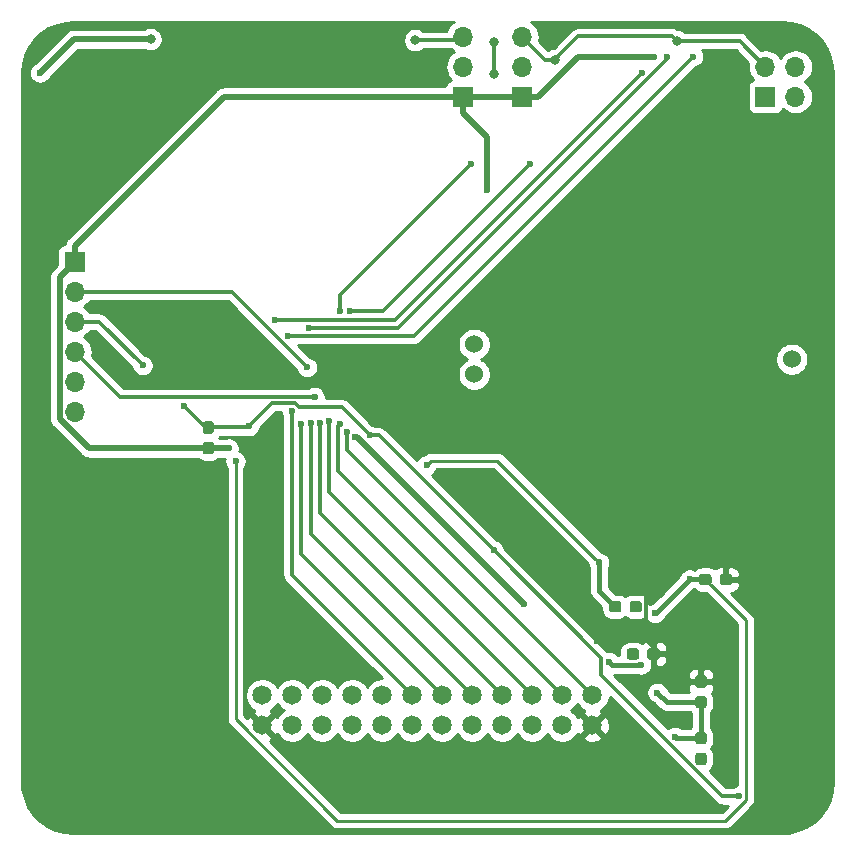
<source format=gbr>
%TF.GenerationSoftware,KiCad,Pcbnew,(5.1.4)-1*%
%TF.CreationDate,2020-12-20T21:21:52+02:00*%
%TF.ProjectId,Borta Dators,426f7274-6120-4446-9174-6f72732e6b69,rev?*%
%TF.SameCoordinates,Original*%
%TF.FileFunction,Copper,L2,Bot*%
%TF.FilePolarity,Positive*%
%FSLAX46Y46*%
G04 Gerber Fmt 4.6, Leading zero omitted, Abs format (unit mm)*
G04 Created by KiCad (PCBNEW (5.1.4)-1) date 2020-12-20 21:21:52*
%MOMM*%
%LPD*%
G04 APERTURE LIST*
%TA.AperFunction,ComponentPad*%
%ADD10C,1.524000*%
%TD*%
%TA.AperFunction,ComponentPad*%
%ADD11C,1.640000*%
%TD*%
%TA.AperFunction,Conductor*%
%ADD12C,0.100000*%
%TD*%
%TA.AperFunction,SMDPad,CuDef*%
%ADD13C,0.950000*%
%TD*%
%TA.AperFunction,ComponentPad*%
%ADD14R,1.700000X1.700000*%
%TD*%
%TA.AperFunction,ComponentPad*%
%ADD15O,1.700000X1.700000*%
%TD*%
%TA.AperFunction,ViaPad*%
%ADD16C,0.600000*%
%TD*%
%TA.AperFunction,ViaPad*%
%ADD17C,0.800000*%
%TD*%
%TA.AperFunction,Conductor*%
%ADD18C,0.300000*%
%TD*%
%TA.AperFunction,Conductor*%
%ADD19C,0.250000*%
%TD*%
%TA.AperFunction,Conductor*%
%ADD20C,0.400000*%
%TD*%
%TA.AperFunction,Conductor*%
%ADD21C,0.500000*%
%TD*%
%TA.AperFunction,Conductor*%
%ADD22C,0.254000*%
%TD*%
G04 APERTURE END LIST*
D10*
%TO.P,J4,1*%
%TO.N,Net-(J4-Pad1)*%
X118950000Y-80490000D03*
X118950000Y-77950000D03*
%TO.P,J4,2*%
%TO.N,/Float*%
X145850000Y-79220000D03*
%TD*%
D11*
%TO.P,J3,1*%
%TO.N,GND*%
X128970000Y-110222000D03*
%TO.P,J3,24*%
%TO.N,/CS*%
X128970000Y-107682000D03*
%TO.P,J3,2*%
%TO.N,Net-(J3-Pad2)*%
X126430000Y-110222000D03*
%TO.P,J3,23*%
%TO.N,/CS_MUX_ADDR3*%
X126430000Y-107682000D03*
%TO.P,J3,3*%
%TO.N,VDD*%
X123890000Y-110222000D03*
%TO.P,J3,22*%
%TO.N,/CS_MUX_ADDR2*%
X123890000Y-107682000D03*
%TO.P,J3,4*%
%TO.N,/Kamera_on_1*%
X121350000Y-110222000D03*
%TO.P,J3,21*%
%TO.N,/CS_MUX_ADDR1*%
X121350000Y-107682000D03*
%TO.P,J3,5*%
%TO.N,/Kamera_on_2*%
X118810000Y-110222000D03*
%TO.P,J3,20*%
%TO.N,/CLK*%
X118810000Y-107682000D03*
%TO.P,J3,6*%
%TO.N,/ADC0_BAT_V*%
X116270000Y-110222000D03*
%TO.P,J3,19*%
%TO.N,/MOSI*%
X116270000Y-107682000D03*
%TO.P,J3,7*%
%TO.N,/ADC1_FULL_A3V3*%
X113730000Y-110222000D03*
%TO.P,J3,18*%
%TO.N,/MISO*%
X113730000Y-107682000D03*
%TO.P,J3,8*%
%TO.N,/ADC4_FULL_A4V*%
X111190000Y-110222000D03*
%TO.P,J3,17*%
%TO.N,/RX*%
X111190000Y-107682000D03*
%TO.P,J3,9*%
%TO.N,Net-(J3-Pad9)*%
X108650000Y-110222000D03*
%TO.P,J3,16*%
%TO.N,/TX*%
X108650000Y-107682000D03*
%TO.P,J3,10*%
%TO.N,Net-(J3-Pad10)*%
X106110000Y-110222000D03*
%TO.P,J3,15*%
%TO.N,/Dedz_cont*%
X106110000Y-107682000D03*
%TO.P,J3,11*%
%TO.N,Net-(J3-Pad11)*%
X103570000Y-110222000D03*
%TO.P,J3,14*%
%TO.N,/Varsts_cont*%
X103570000Y-107682000D03*
%TO.P,J3,12*%
%TO.N,GND*%
X101030000Y-110222000D03*
%TO.P,J3,13*%
%TO.N,Net-(J3-Pad13)*%
X101030000Y-107682000D03*
%TD*%
D12*
%TO.N,+3V3*%
%TO.C,C3*%
G36*
X96710779Y-86221144D02*
G01*
X96733834Y-86224563D01*
X96756443Y-86230227D01*
X96778387Y-86238079D01*
X96799457Y-86248044D01*
X96819448Y-86260026D01*
X96838168Y-86273910D01*
X96855438Y-86289562D01*
X96871090Y-86306832D01*
X96884974Y-86325552D01*
X96896956Y-86345543D01*
X96906921Y-86366613D01*
X96914773Y-86388557D01*
X96920437Y-86411166D01*
X96923856Y-86434221D01*
X96925000Y-86457500D01*
X96925000Y-87032500D01*
X96923856Y-87055779D01*
X96920437Y-87078834D01*
X96914773Y-87101443D01*
X96906921Y-87123387D01*
X96896956Y-87144457D01*
X96884974Y-87164448D01*
X96871090Y-87183168D01*
X96855438Y-87200438D01*
X96838168Y-87216090D01*
X96819448Y-87229974D01*
X96799457Y-87241956D01*
X96778387Y-87251921D01*
X96756443Y-87259773D01*
X96733834Y-87265437D01*
X96710779Y-87268856D01*
X96687500Y-87270000D01*
X96212500Y-87270000D01*
X96189221Y-87268856D01*
X96166166Y-87265437D01*
X96143557Y-87259773D01*
X96121613Y-87251921D01*
X96100543Y-87241956D01*
X96080552Y-87229974D01*
X96061832Y-87216090D01*
X96044562Y-87200438D01*
X96028910Y-87183168D01*
X96015026Y-87164448D01*
X96003044Y-87144457D01*
X95993079Y-87123387D01*
X95985227Y-87101443D01*
X95979563Y-87078834D01*
X95976144Y-87055779D01*
X95975000Y-87032500D01*
X95975000Y-86457500D01*
X95976144Y-86434221D01*
X95979563Y-86411166D01*
X95985227Y-86388557D01*
X95993079Y-86366613D01*
X96003044Y-86345543D01*
X96015026Y-86325552D01*
X96028910Y-86306832D01*
X96044562Y-86289562D01*
X96061832Y-86273910D01*
X96080552Y-86260026D01*
X96100543Y-86248044D01*
X96121613Y-86238079D01*
X96143557Y-86230227D01*
X96166166Y-86224563D01*
X96189221Y-86221144D01*
X96212500Y-86220000D01*
X96687500Y-86220000D01*
X96710779Y-86221144D01*
X96710779Y-86221144D01*
G37*
D13*
%TD*%
%TO.P,C3,1*%
%TO.N,+3V3*%
X96450000Y-86745000D03*
D12*
%TO.N,/Float*%
%TO.C,C3*%
G36*
X96710779Y-84471144D02*
G01*
X96733834Y-84474563D01*
X96756443Y-84480227D01*
X96778387Y-84488079D01*
X96799457Y-84498044D01*
X96819448Y-84510026D01*
X96838168Y-84523910D01*
X96855438Y-84539562D01*
X96871090Y-84556832D01*
X96884974Y-84575552D01*
X96896956Y-84595543D01*
X96906921Y-84616613D01*
X96914773Y-84638557D01*
X96920437Y-84661166D01*
X96923856Y-84684221D01*
X96925000Y-84707500D01*
X96925000Y-85282500D01*
X96923856Y-85305779D01*
X96920437Y-85328834D01*
X96914773Y-85351443D01*
X96906921Y-85373387D01*
X96896956Y-85394457D01*
X96884974Y-85414448D01*
X96871090Y-85433168D01*
X96855438Y-85450438D01*
X96838168Y-85466090D01*
X96819448Y-85479974D01*
X96799457Y-85491956D01*
X96778387Y-85501921D01*
X96756443Y-85509773D01*
X96733834Y-85515437D01*
X96710779Y-85518856D01*
X96687500Y-85520000D01*
X96212500Y-85520000D01*
X96189221Y-85518856D01*
X96166166Y-85515437D01*
X96143557Y-85509773D01*
X96121613Y-85501921D01*
X96100543Y-85491956D01*
X96080552Y-85479974D01*
X96061832Y-85466090D01*
X96044562Y-85450438D01*
X96028910Y-85433168D01*
X96015026Y-85414448D01*
X96003044Y-85394457D01*
X95993079Y-85373387D01*
X95985227Y-85351443D01*
X95979563Y-85328834D01*
X95976144Y-85305779D01*
X95975000Y-85282500D01*
X95975000Y-84707500D01*
X95976144Y-84684221D01*
X95979563Y-84661166D01*
X95985227Y-84638557D01*
X95993079Y-84616613D01*
X96003044Y-84595543D01*
X96015026Y-84575552D01*
X96028910Y-84556832D01*
X96044562Y-84539562D01*
X96061832Y-84523910D01*
X96080552Y-84510026D01*
X96100543Y-84498044D01*
X96121613Y-84488079D01*
X96143557Y-84480227D01*
X96166166Y-84474563D01*
X96189221Y-84471144D01*
X96212500Y-84470000D01*
X96687500Y-84470000D01*
X96710779Y-84471144D01*
X96710779Y-84471144D01*
G37*
D13*
%TD*%
%TO.P,C3,2*%
%TO.N,/Float*%
X96450000Y-84995000D03*
D14*
%TO.P,J1,1*%
%TO.N,+3V3*%
X85150000Y-70960000D03*
D15*
%TO.P,J1,2*%
%TO.N,/SWCLK*%
X85150000Y-73500000D03*
%TO.P,J1,3*%
%TO.N,/Float*%
X85150000Y-76040000D03*
%TO.P,J1,4*%
%TO.N,/SWDIO*%
X85150000Y-78580000D03*
%TO.P,J1,5*%
%TO.N,/NRST*%
X85150000Y-81120000D03*
%TO.P,J1,6*%
%TO.N,Net-(J1-Pad6)*%
X85150000Y-83660000D03*
%TD*%
D12*
%TO.N,Net-(Q2-Pad1)*%
%TO.C,R15*%
G36*
X138420779Y-110771144D02*
G01*
X138443834Y-110774563D01*
X138466443Y-110780227D01*
X138488387Y-110788079D01*
X138509457Y-110798044D01*
X138529448Y-110810026D01*
X138548168Y-110823910D01*
X138565438Y-110839562D01*
X138581090Y-110856832D01*
X138594974Y-110875552D01*
X138606956Y-110895543D01*
X138616921Y-110916613D01*
X138624773Y-110938557D01*
X138630437Y-110961166D01*
X138633856Y-110984221D01*
X138635000Y-111007500D01*
X138635000Y-111582500D01*
X138633856Y-111605779D01*
X138630437Y-111628834D01*
X138624773Y-111651443D01*
X138616921Y-111673387D01*
X138606956Y-111694457D01*
X138594974Y-111714448D01*
X138581090Y-111733168D01*
X138565438Y-111750438D01*
X138548168Y-111766090D01*
X138529448Y-111779974D01*
X138509457Y-111791956D01*
X138488387Y-111801921D01*
X138466443Y-111809773D01*
X138443834Y-111815437D01*
X138420779Y-111818856D01*
X138397500Y-111820000D01*
X137922500Y-111820000D01*
X137899221Y-111818856D01*
X137876166Y-111815437D01*
X137853557Y-111809773D01*
X137831613Y-111801921D01*
X137810543Y-111791956D01*
X137790552Y-111779974D01*
X137771832Y-111766090D01*
X137754562Y-111750438D01*
X137738910Y-111733168D01*
X137725026Y-111714448D01*
X137713044Y-111694457D01*
X137703079Y-111673387D01*
X137695227Y-111651443D01*
X137689563Y-111628834D01*
X137686144Y-111605779D01*
X137685000Y-111582500D01*
X137685000Y-111007500D01*
X137686144Y-110984221D01*
X137689563Y-110961166D01*
X137695227Y-110938557D01*
X137703079Y-110916613D01*
X137713044Y-110895543D01*
X137725026Y-110875552D01*
X137738910Y-110856832D01*
X137754562Y-110839562D01*
X137771832Y-110823910D01*
X137790552Y-110810026D01*
X137810543Y-110798044D01*
X137831613Y-110788079D01*
X137853557Y-110780227D01*
X137876166Y-110774563D01*
X137899221Y-110771144D01*
X137922500Y-110770000D01*
X138397500Y-110770000D01*
X138420779Y-110771144D01*
X138420779Y-110771144D01*
G37*
D13*
%TD*%
%TO.P,R15,1*%
%TO.N,Net-(Q2-Pad1)*%
X138160000Y-111295000D03*
D12*
%TO.N,Net-(R13-Pad2)*%
%TO.C,R15*%
G36*
X138420779Y-112521144D02*
G01*
X138443834Y-112524563D01*
X138466443Y-112530227D01*
X138488387Y-112538079D01*
X138509457Y-112548044D01*
X138529448Y-112560026D01*
X138548168Y-112573910D01*
X138565438Y-112589562D01*
X138581090Y-112606832D01*
X138594974Y-112625552D01*
X138606956Y-112645543D01*
X138616921Y-112666613D01*
X138624773Y-112688557D01*
X138630437Y-112711166D01*
X138633856Y-112734221D01*
X138635000Y-112757500D01*
X138635000Y-113332500D01*
X138633856Y-113355779D01*
X138630437Y-113378834D01*
X138624773Y-113401443D01*
X138616921Y-113423387D01*
X138606956Y-113444457D01*
X138594974Y-113464448D01*
X138581090Y-113483168D01*
X138565438Y-113500438D01*
X138548168Y-113516090D01*
X138529448Y-113529974D01*
X138509457Y-113541956D01*
X138488387Y-113551921D01*
X138466443Y-113559773D01*
X138443834Y-113565437D01*
X138420779Y-113568856D01*
X138397500Y-113570000D01*
X137922500Y-113570000D01*
X137899221Y-113568856D01*
X137876166Y-113565437D01*
X137853557Y-113559773D01*
X137831613Y-113551921D01*
X137810543Y-113541956D01*
X137790552Y-113529974D01*
X137771832Y-113516090D01*
X137754562Y-113500438D01*
X137738910Y-113483168D01*
X137725026Y-113464448D01*
X137713044Y-113444457D01*
X137703079Y-113423387D01*
X137695227Y-113401443D01*
X137689563Y-113378834D01*
X137686144Y-113355779D01*
X137685000Y-113332500D01*
X137685000Y-112757500D01*
X137686144Y-112734221D01*
X137689563Y-112711166D01*
X137695227Y-112688557D01*
X137703079Y-112666613D01*
X137713044Y-112645543D01*
X137725026Y-112625552D01*
X137738910Y-112606832D01*
X137754562Y-112589562D01*
X137771832Y-112573910D01*
X137790552Y-112560026D01*
X137810543Y-112548044D01*
X137831613Y-112538079D01*
X137853557Y-112530227D01*
X137876166Y-112524563D01*
X137899221Y-112521144D01*
X137922500Y-112520000D01*
X138397500Y-112520000D01*
X138420779Y-112521144D01*
X138420779Y-112521144D01*
G37*
D13*
%TD*%
%TO.P,R15,2*%
%TO.N,Net-(R13-Pad2)*%
X138160000Y-113045000D03*
D12*
%TO.N,Net-(Q2-Pad1)*%
%TO.C,R16*%
G36*
X138420779Y-107721144D02*
G01*
X138443834Y-107724563D01*
X138466443Y-107730227D01*
X138488387Y-107738079D01*
X138509457Y-107748044D01*
X138529448Y-107760026D01*
X138548168Y-107773910D01*
X138565438Y-107789562D01*
X138581090Y-107806832D01*
X138594974Y-107825552D01*
X138606956Y-107845543D01*
X138616921Y-107866613D01*
X138624773Y-107888557D01*
X138630437Y-107911166D01*
X138633856Y-107934221D01*
X138635000Y-107957500D01*
X138635000Y-108532500D01*
X138633856Y-108555779D01*
X138630437Y-108578834D01*
X138624773Y-108601443D01*
X138616921Y-108623387D01*
X138606956Y-108644457D01*
X138594974Y-108664448D01*
X138581090Y-108683168D01*
X138565438Y-108700438D01*
X138548168Y-108716090D01*
X138529448Y-108729974D01*
X138509457Y-108741956D01*
X138488387Y-108751921D01*
X138466443Y-108759773D01*
X138443834Y-108765437D01*
X138420779Y-108768856D01*
X138397500Y-108770000D01*
X137922500Y-108770000D01*
X137899221Y-108768856D01*
X137876166Y-108765437D01*
X137853557Y-108759773D01*
X137831613Y-108751921D01*
X137810543Y-108741956D01*
X137790552Y-108729974D01*
X137771832Y-108716090D01*
X137754562Y-108700438D01*
X137738910Y-108683168D01*
X137725026Y-108664448D01*
X137713044Y-108644457D01*
X137703079Y-108623387D01*
X137695227Y-108601443D01*
X137689563Y-108578834D01*
X137686144Y-108555779D01*
X137685000Y-108532500D01*
X137685000Y-107957500D01*
X137686144Y-107934221D01*
X137689563Y-107911166D01*
X137695227Y-107888557D01*
X137703079Y-107866613D01*
X137713044Y-107845543D01*
X137725026Y-107825552D01*
X137738910Y-107806832D01*
X137754562Y-107789562D01*
X137771832Y-107773910D01*
X137790552Y-107760026D01*
X137810543Y-107748044D01*
X137831613Y-107738079D01*
X137853557Y-107730227D01*
X137876166Y-107724563D01*
X137899221Y-107721144D01*
X137922500Y-107720000D01*
X138397500Y-107720000D01*
X138420779Y-107721144D01*
X138420779Y-107721144D01*
G37*
D13*
%TD*%
%TO.P,R16,1*%
%TO.N,Net-(Q2-Pad1)*%
X138160000Y-108245000D03*
D12*
%TO.N,GND*%
%TO.C,R16*%
G36*
X138420779Y-105971144D02*
G01*
X138443834Y-105974563D01*
X138466443Y-105980227D01*
X138488387Y-105988079D01*
X138509457Y-105998044D01*
X138529448Y-106010026D01*
X138548168Y-106023910D01*
X138565438Y-106039562D01*
X138581090Y-106056832D01*
X138594974Y-106075552D01*
X138606956Y-106095543D01*
X138616921Y-106116613D01*
X138624773Y-106138557D01*
X138630437Y-106161166D01*
X138633856Y-106184221D01*
X138635000Y-106207500D01*
X138635000Y-106782500D01*
X138633856Y-106805779D01*
X138630437Y-106828834D01*
X138624773Y-106851443D01*
X138616921Y-106873387D01*
X138606956Y-106894457D01*
X138594974Y-106914448D01*
X138581090Y-106933168D01*
X138565438Y-106950438D01*
X138548168Y-106966090D01*
X138529448Y-106979974D01*
X138509457Y-106991956D01*
X138488387Y-107001921D01*
X138466443Y-107009773D01*
X138443834Y-107015437D01*
X138420779Y-107018856D01*
X138397500Y-107020000D01*
X137922500Y-107020000D01*
X137899221Y-107018856D01*
X137876166Y-107015437D01*
X137853557Y-107009773D01*
X137831613Y-107001921D01*
X137810543Y-106991956D01*
X137790552Y-106979974D01*
X137771832Y-106966090D01*
X137754562Y-106950438D01*
X137738910Y-106933168D01*
X137725026Y-106914448D01*
X137713044Y-106894457D01*
X137703079Y-106873387D01*
X137695227Y-106851443D01*
X137689563Y-106828834D01*
X137686144Y-106805779D01*
X137685000Y-106782500D01*
X137685000Y-106207500D01*
X137686144Y-106184221D01*
X137689563Y-106161166D01*
X137695227Y-106138557D01*
X137703079Y-106116613D01*
X137713044Y-106095543D01*
X137725026Y-106075552D01*
X137738910Y-106056832D01*
X137754562Y-106039562D01*
X137771832Y-106023910D01*
X137790552Y-106010026D01*
X137810543Y-105998044D01*
X137831613Y-105988079D01*
X137853557Y-105980227D01*
X137876166Y-105974563D01*
X137899221Y-105971144D01*
X137922500Y-105970000D01*
X138397500Y-105970000D01*
X138420779Y-105971144D01*
X138420779Y-105971144D01*
G37*
D13*
%TD*%
%TO.P,R16,2*%
%TO.N,GND*%
X138160000Y-106495000D03*
D12*
%TO.N,GND*%
%TO.C,R17*%
G36*
X134455779Y-103696144D02*
G01*
X134478834Y-103699563D01*
X134501443Y-103705227D01*
X134523387Y-103713079D01*
X134544457Y-103723044D01*
X134564448Y-103735026D01*
X134583168Y-103748910D01*
X134600438Y-103764562D01*
X134616090Y-103781832D01*
X134629974Y-103800552D01*
X134641956Y-103820543D01*
X134651921Y-103841613D01*
X134659773Y-103863557D01*
X134665437Y-103886166D01*
X134668856Y-103909221D01*
X134670000Y-103932500D01*
X134670000Y-104407500D01*
X134668856Y-104430779D01*
X134665437Y-104453834D01*
X134659773Y-104476443D01*
X134651921Y-104498387D01*
X134641956Y-104519457D01*
X134629974Y-104539448D01*
X134616090Y-104558168D01*
X134600438Y-104575438D01*
X134583168Y-104591090D01*
X134564448Y-104604974D01*
X134544457Y-104616956D01*
X134523387Y-104626921D01*
X134501443Y-104634773D01*
X134478834Y-104640437D01*
X134455779Y-104643856D01*
X134432500Y-104645000D01*
X133857500Y-104645000D01*
X133834221Y-104643856D01*
X133811166Y-104640437D01*
X133788557Y-104634773D01*
X133766613Y-104626921D01*
X133745543Y-104616956D01*
X133725552Y-104604974D01*
X133706832Y-104591090D01*
X133689562Y-104575438D01*
X133673910Y-104558168D01*
X133660026Y-104539448D01*
X133648044Y-104519457D01*
X133638079Y-104498387D01*
X133630227Y-104476443D01*
X133624563Y-104453834D01*
X133621144Y-104430779D01*
X133620000Y-104407500D01*
X133620000Y-103932500D01*
X133621144Y-103909221D01*
X133624563Y-103886166D01*
X133630227Y-103863557D01*
X133638079Y-103841613D01*
X133648044Y-103820543D01*
X133660026Y-103800552D01*
X133673910Y-103781832D01*
X133689562Y-103764562D01*
X133706832Y-103748910D01*
X133725552Y-103735026D01*
X133745543Y-103723044D01*
X133766613Y-103713079D01*
X133788557Y-103705227D01*
X133811166Y-103699563D01*
X133834221Y-103696144D01*
X133857500Y-103695000D01*
X134432500Y-103695000D01*
X134455779Y-103696144D01*
X134455779Y-103696144D01*
G37*
D13*
%TD*%
%TO.P,R17,2*%
%TO.N,GND*%
X134145000Y-104170000D03*
D12*
%TO.N,Net-(Q2-Pad3)*%
%TO.C,R17*%
G36*
X132705779Y-103696144D02*
G01*
X132728834Y-103699563D01*
X132751443Y-103705227D01*
X132773387Y-103713079D01*
X132794457Y-103723044D01*
X132814448Y-103735026D01*
X132833168Y-103748910D01*
X132850438Y-103764562D01*
X132866090Y-103781832D01*
X132879974Y-103800552D01*
X132891956Y-103820543D01*
X132901921Y-103841613D01*
X132909773Y-103863557D01*
X132915437Y-103886166D01*
X132918856Y-103909221D01*
X132920000Y-103932500D01*
X132920000Y-104407500D01*
X132918856Y-104430779D01*
X132915437Y-104453834D01*
X132909773Y-104476443D01*
X132901921Y-104498387D01*
X132891956Y-104519457D01*
X132879974Y-104539448D01*
X132866090Y-104558168D01*
X132850438Y-104575438D01*
X132833168Y-104591090D01*
X132814448Y-104604974D01*
X132794457Y-104616956D01*
X132773387Y-104626921D01*
X132751443Y-104634773D01*
X132728834Y-104640437D01*
X132705779Y-104643856D01*
X132682500Y-104645000D01*
X132107500Y-104645000D01*
X132084221Y-104643856D01*
X132061166Y-104640437D01*
X132038557Y-104634773D01*
X132016613Y-104626921D01*
X131995543Y-104616956D01*
X131975552Y-104604974D01*
X131956832Y-104591090D01*
X131939562Y-104575438D01*
X131923910Y-104558168D01*
X131910026Y-104539448D01*
X131898044Y-104519457D01*
X131888079Y-104498387D01*
X131880227Y-104476443D01*
X131874563Y-104453834D01*
X131871144Y-104430779D01*
X131870000Y-104407500D01*
X131870000Y-103932500D01*
X131871144Y-103909221D01*
X131874563Y-103886166D01*
X131880227Y-103863557D01*
X131888079Y-103841613D01*
X131898044Y-103820543D01*
X131910026Y-103800552D01*
X131923910Y-103781832D01*
X131939562Y-103764562D01*
X131956832Y-103748910D01*
X131975552Y-103735026D01*
X131995543Y-103723044D01*
X132016613Y-103713079D01*
X132038557Y-103705227D01*
X132061166Y-103699563D01*
X132084221Y-103696144D01*
X132107500Y-103695000D01*
X132682500Y-103695000D01*
X132705779Y-103696144D01*
X132705779Y-103696144D01*
G37*
D13*
%TD*%
%TO.P,R17,1*%
%TO.N,Net-(Q2-Pad3)*%
X132395000Y-104170000D03*
D12*
%TO.N,GND*%
%TO.C,R18*%
G36*
X140585779Y-97396144D02*
G01*
X140608834Y-97399563D01*
X140631443Y-97405227D01*
X140653387Y-97413079D01*
X140674457Y-97423044D01*
X140694448Y-97435026D01*
X140713168Y-97448910D01*
X140730438Y-97464562D01*
X140746090Y-97481832D01*
X140759974Y-97500552D01*
X140771956Y-97520543D01*
X140781921Y-97541613D01*
X140789773Y-97563557D01*
X140795437Y-97586166D01*
X140798856Y-97609221D01*
X140800000Y-97632500D01*
X140800000Y-98107500D01*
X140798856Y-98130779D01*
X140795437Y-98153834D01*
X140789773Y-98176443D01*
X140781921Y-98198387D01*
X140771956Y-98219457D01*
X140759974Y-98239448D01*
X140746090Y-98258168D01*
X140730438Y-98275438D01*
X140713168Y-98291090D01*
X140694448Y-98304974D01*
X140674457Y-98316956D01*
X140653387Y-98326921D01*
X140631443Y-98334773D01*
X140608834Y-98340437D01*
X140585779Y-98343856D01*
X140562500Y-98345000D01*
X139987500Y-98345000D01*
X139964221Y-98343856D01*
X139941166Y-98340437D01*
X139918557Y-98334773D01*
X139896613Y-98326921D01*
X139875543Y-98316956D01*
X139855552Y-98304974D01*
X139836832Y-98291090D01*
X139819562Y-98275438D01*
X139803910Y-98258168D01*
X139790026Y-98239448D01*
X139778044Y-98219457D01*
X139768079Y-98198387D01*
X139760227Y-98176443D01*
X139754563Y-98153834D01*
X139751144Y-98130779D01*
X139750000Y-98107500D01*
X139750000Y-97632500D01*
X139751144Y-97609221D01*
X139754563Y-97586166D01*
X139760227Y-97563557D01*
X139768079Y-97541613D01*
X139778044Y-97520543D01*
X139790026Y-97500552D01*
X139803910Y-97481832D01*
X139819562Y-97464562D01*
X139836832Y-97448910D01*
X139855552Y-97435026D01*
X139875543Y-97423044D01*
X139896613Y-97413079D01*
X139918557Y-97405227D01*
X139941166Y-97399563D01*
X139964221Y-97396144D01*
X139987500Y-97395000D01*
X140562500Y-97395000D01*
X140585779Y-97396144D01*
X140585779Y-97396144D01*
G37*
D13*
%TD*%
%TO.P,R18,2*%
%TO.N,GND*%
X140275000Y-97870000D03*
D12*
%TO.N,/Reset_trigger*%
%TO.C,R18*%
G36*
X138835779Y-97396144D02*
G01*
X138858834Y-97399563D01*
X138881443Y-97405227D01*
X138903387Y-97413079D01*
X138924457Y-97423044D01*
X138944448Y-97435026D01*
X138963168Y-97448910D01*
X138980438Y-97464562D01*
X138996090Y-97481832D01*
X139009974Y-97500552D01*
X139021956Y-97520543D01*
X139031921Y-97541613D01*
X139039773Y-97563557D01*
X139045437Y-97586166D01*
X139048856Y-97609221D01*
X139050000Y-97632500D01*
X139050000Y-98107500D01*
X139048856Y-98130779D01*
X139045437Y-98153834D01*
X139039773Y-98176443D01*
X139031921Y-98198387D01*
X139021956Y-98219457D01*
X139009974Y-98239448D01*
X138996090Y-98258168D01*
X138980438Y-98275438D01*
X138963168Y-98291090D01*
X138944448Y-98304974D01*
X138924457Y-98316956D01*
X138903387Y-98326921D01*
X138881443Y-98334773D01*
X138858834Y-98340437D01*
X138835779Y-98343856D01*
X138812500Y-98345000D01*
X138237500Y-98345000D01*
X138214221Y-98343856D01*
X138191166Y-98340437D01*
X138168557Y-98334773D01*
X138146613Y-98326921D01*
X138125543Y-98316956D01*
X138105552Y-98304974D01*
X138086832Y-98291090D01*
X138069562Y-98275438D01*
X138053910Y-98258168D01*
X138040026Y-98239448D01*
X138028044Y-98219457D01*
X138018079Y-98198387D01*
X138010227Y-98176443D01*
X138004563Y-98153834D01*
X138001144Y-98130779D01*
X138000000Y-98107500D01*
X138000000Y-97632500D01*
X138001144Y-97609221D01*
X138004563Y-97586166D01*
X138010227Y-97563557D01*
X138018079Y-97541613D01*
X138028044Y-97520543D01*
X138040026Y-97500552D01*
X138053910Y-97481832D01*
X138069562Y-97464562D01*
X138086832Y-97448910D01*
X138105552Y-97435026D01*
X138125543Y-97423044D01*
X138146613Y-97413079D01*
X138168557Y-97405227D01*
X138191166Y-97399563D01*
X138214221Y-97396144D01*
X138237500Y-97395000D01*
X138812500Y-97395000D01*
X138835779Y-97396144D01*
X138835779Y-97396144D01*
G37*
D13*
%TD*%
%TO.P,R18,1*%
%TO.N,/Reset_trigger*%
X138525000Y-97870000D03*
D12*
%TO.N,VDD*%
%TO.C,R19*%
G36*
X132945779Y-99696144D02*
G01*
X132968834Y-99699563D01*
X132991443Y-99705227D01*
X133013387Y-99713079D01*
X133034457Y-99723044D01*
X133054448Y-99735026D01*
X133073168Y-99748910D01*
X133090438Y-99764562D01*
X133106090Y-99781832D01*
X133119974Y-99800552D01*
X133131956Y-99820543D01*
X133141921Y-99841613D01*
X133149773Y-99863557D01*
X133155437Y-99886166D01*
X133158856Y-99909221D01*
X133160000Y-99932500D01*
X133160000Y-100407500D01*
X133158856Y-100430779D01*
X133155437Y-100453834D01*
X133149773Y-100476443D01*
X133141921Y-100498387D01*
X133131956Y-100519457D01*
X133119974Y-100539448D01*
X133106090Y-100558168D01*
X133090438Y-100575438D01*
X133073168Y-100591090D01*
X133054448Y-100604974D01*
X133034457Y-100616956D01*
X133013387Y-100626921D01*
X132991443Y-100634773D01*
X132968834Y-100640437D01*
X132945779Y-100643856D01*
X132922500Y-100645000D01*
X132347500Y-100645000D01*
X132324221Y-100643856D01*
X132301166Y-100640437D01*
X132278557Y-100634773D01*
X132256613Y-100626921D01*
X132235543Y-100616956D01*
X132215552Y-100604974D01*
X132196832Y-100591090D01*
X132179562Y-100575438D01*
X132163910Y-100558168D01*
X132150026Y-100539448D01*
X132138044Y-100519457D01*
X132128079Y-100498387D01*
X132120227Y-100476443D01*
X132114563Y-100453834D01*
X132111144Y-100430779D01*
X132110000Y-100407500D01*
X132110000Y-99932500D01*
X132111144Y-99909221D01*
X132114563Y-99886166D01*
X132120227Y-99863557D01*
X132128079Y-99841613D01*
X132138044Y-99820543D01*
X132150026Y-99800552D01*
X132163910Y-99781832D01*
X132179562Y-99764562D01*
X132196832Y-99748910D01*
X132215552Y-99735026D01*
X132235543Y-99723044D01*
X132256613Y-99713079D01*
X132278557Y-99705227D01*
X132301166Y-99699563D01*
X132324221Y-99696144D01*
X132347500Y-99695000D01*
X132922500Y-99695000D01*
X132945779Y-99696144D01*
X132945779Y-99696144D01*
G37*
D13*
%TD*%
%TO.P,R19,1*%
%TO.N,VDD*%
X132635000Y-100170000D03*
D12*
%TO.N,/Trigger_state*%
%TO.C,R19*%
G36*
X131195779Y-99696144D02*
G01*
X131218834Y-99699563D01*
X131241443Y-99705227D01*
X131263387Y-99713079D01*
X131284457Y-99723044D01*
X131304448Y-99735026D01*
X131323168Y-99748910D01*
X131340438Y-99764562D01*
X131356090Y-99781832D01*
X131369974Y-99800552D01*
X131381956Y-99820543D01*
X131391921Y-99841613D01*
X131399773Y-99863557D01*
X131405437Y-99886166D01*
X131408856Y-99909221D01*
X131410000Y-99932500D01*
X131410000Y-100407500D01*
X131408856Y-100430779D01*
X131405437Y-100453834D01*
X131399773Y-100476443D01*
X131391921Y-100498387D01*
X131381956Y-100519457D01*
X131369974Y-100539448D01*
X131356090Y-100558168D01*
X131340438Y-100575438D01*
X131323168Y-100591090D01*
X131304448Y-100604974D01*
X131284457Y-100616956D01*
X131263387Y-100626921D01*
X131241443Y-100634773D01*
X131218834Y-100640437D01*
X131195779Y-100643856D01*
X131172500Y-100645000D01*
X130597500Y-100645000D01*
X130574221Y-100643856D01*
X130551166Y-100640437D01*
X130528557Y-100634773D01*
X130506613Y-100626921D01*
X130485543Y-100616956D01*
X130465552Y-100604974D01*
X130446832Y-100591090D01*
X130429562Y-100575438D01*
X130413910Y-100558168D01*
X130400026Y-100539448D01*
X130388044Y-100519457D01*
X130378079Y-100498387D01*
X130370227Y-100476443D01*
X130364563Y-100453834D01*
X130361144Y-100430779D01*
X130360000Y-100407500D01*
X130360000Y-99932500D01*
X130361144Y-99909221D01*
X130364563Y-99886166D01*
X130370227Y-99863557D01*
X130378079Y-99841613D01*
X130388044Y-99820543D01*
X130400026Y-99800552D01*
X130413910Y-99781832D01*
X130429562Y-99764562D01*
X130446832Y-99748910D01*
X130465552Y-99735026D01*
X130485543Y-99723044D01*
X130506613Y-99713079D01*
X130528557Y-99705227D01*
X130551166Y-99699563D01*
X130574221Y-99696144D01*
X130597500Y-99695000D01*
X131172500Y-99695000D01*
X131195779Y-99696144D01*
X131195779Y-99696144D01*
G37*
D13*
%TD*%
%TO.P,R19,2*%
%TO.N,/Trigger_state*%
X130885000Y-100170000D03*
D14*
%TO.P,SW1,1*%
%TO.N,+3V3*%
X118000000Y-57000000D03*
D15*
%TO.P,SW1,2*%
%TO.N,Net-(J5-Pad2)*%
X118000000Y-54460000D03*
%TO.P,SW1,3*%
%TO.N,/Float*%
X118000000Y-51920000D03*
%TD*%
D14*
%TO.P,SW3,1*%
%TO.N,/NRST*%
X143620000Y-57000000D03*
D15*
%TO.P,SW3,2*%
%TO.N,/Float*%
X143620000Y-54460000D03*
%TO.P,SW3,3*%
%TO.N,N/C*%
X146160000Y-57000000D03*
%TO.P,SW3,4*%
X146160000Y-54460000D03*
%TD*%
%TO.P,SW4,3*%
%TO.N,/Float*%
X123000000Y-51920000D03*
%TO.P,SW4,2*%
%TO.N,Net-(J6-Pad2)*%
X123000000Y-54460000D03*
D14*
%TO.P,SW4,1*%
%TO.N,+3V3*%
X123000000Y-57000000D03*
%TD*%
D16*
%TO.N,GND*%
X140050000Y-106495000D03*
X134190000Y-104170000D03*
X130814998Y-96350000D03*
X143580000Y-97850000D03*
X128330000Y-93010000D03*
X129340000Y-103080000D03*
%TO.N,VDD*%
X132635000Y-100170000D03*
%TO.N,/SWCLK*%
X104820000Y-79910000D03*
%TO.N,/SWDIO*%
X105440000Y-82400000D03*
%TO.N,/MISO*%
X103504621Y-83585379D03*
X103230000Y-77230000D03*
X137500000Y-53600000D03*
%TO.N,/CLK*%
X105100000Y-84630000D03*
X104940000Y-76560000D03*
X135300000Y-53600000D03*
%TO.N,/MOSI*%
X104300000Y-84680000D03*
X102070000Y-75910000D03*
X133140000Y-54980000D03*
%TO.N,/CS*%
X108170000Y-85370000D03*
%TO.N,/CS_MUX_ADDR3*%
X107560000Y-84720000D03*
%TO.N,/CS_MUX_ADDR2*%
X106678970Y-84470951D03*
%TO.N,/CS_MUX_ADDR1*%
X105899702Y-84651909D03*
%TO.N,Net-(Q2-Pad3)*%
X132395000Y-104170000D03*
%TO.N,Net-(Q2-Pad1)*%
X135960000Y-111189998D03*
X134460000Y-107450000D03*
%TO.N,Net-(R13-Pad2)*%
X138160000Y-113045000D03*
%TO.N,/MCU_KAM_VAD_1*%
X107620000Y-75130000D03*
X118700002Y-62670000D03*
%TO.N,/MCU_KAM_VAD_2*%
X108419725Y-75151045D03*
X123700002Y-62670000D03*
%TO.N,+3V3*%
X134200000Y-53600000D03*
X120040000Y-64870000D03*
X98170000Y-86770000D03*
X123160000Y-99920000D03*
X108899899Y-85769899D03*
%TO.N,/Float*%
X110147410Y-85670000D03*
X99927930Y-84877728D03*
X94400000Y-83190000D03*
X90880000Y-79730000D03*
X120600000Y-95380000D03*
X141345000Y-116220000D03*
X82190000Y-54970000D03*
D17*
X91560000Y-52120000D03*
X113970000Y-52200000D03*
X125770000Y-53870001D03*
X136100000Y-52270000D03*
X120630000Y-52320000D03*
X120620000Y-55080000D03*
D16*
%TO.N,Net-(R31-Pad2)*%
X133100000Y-105090000D03*
X130375000Y-104840000D03*
%TO.N,/Trigger_state*%
X130885000Y-100170000D03*
X129520000Y-96410000D03*
X114930000Y-88190000D03*
%TO.N,/Reset_trigger*%
X137200000Y-97860000D03*
X134260000Y-100740000D03*
X98750000Y-87855414D03*
%TD*%
D18*
%TO.N,GND*%
X138160000Y-106495000D02*
X140050000Y-106495000D01*
X133510010Y-102960010D02*
X133510010Y-98350010D01*
X134145000Y-104170000D02*
X134145000Y-103595000D01*
X134145000Y-103595000D02*
X133510010Y-102960010D01*
X133510010Y-98350010D02*
X131510000Y-96350000D01*
X131510000Y-96350000D02*
X130814998Y-96350000D01*
X140275000Y-97870000D02*
X143560000Y-97870000D01*
X143560000Y-97870000D02*
X143580000Y-97850000D01*
D19*
X128330000Y-93865002D02*
X130814998Y-96350000D01*
X128330000Y-93010000D02*
X128330000Y-93865002D01*
X129884254Y-102960010D02*
X133510010Y-102960010D01*
X129764264Y-103080000D02*
X129884254Y-102960010D01*
X129340000Y-103080000D02*
X129764264Y-103080000D01*
D18*
%TO.N,/SWCLK*%
X98410000Y-73500000D02*
X85150000Y-73500000D01*
X104820000Y-79910000D02*
X98410000Y-73500000D01*
%TO.N,/SWDIO*%
X85150000Y-78580000D02*
X85999999Y-79429999D01*
X88970000Y-82400000D02*
X85150000Y-78580000D01*
X105440000Y-82400000D02*
X88970000Y-82400000D01*
%TO.N,/MISO*%
X112910001Y-106862001D02*
X113730000Y-107682000D01*
X103504621Y-97456621D02*
X112910001Y-106862001D01*
X103504621Y-83565379D02*
X103504621Y-83585379D01*
X103504621Y-83585379D02*
X103504621Y-97456621D01*
X103230000Y-77230000D02*
X113870000Y-77230000D01*
X113870000Y-77230000D02*
X137500000Y-53600000D01*
%TO.N,/CLK*%
X105100000Y-93972000D02*
X118810000Y-107682000D01*
X105100000Y-84630000D02*
X105100000Y-93972000D01*
X135300000Y-53782002D02*
X135300000Y-53600000D01*
X112522002Y-76560000D02*
X135300000Y-53782002D01*
X104940000Y-76560000D02*
X112522002Y-76560000D01*
%TO.N,/MOSI*%
X104300000Y-95712000D02*
X116270000Y-107682000D01*
X104300000Y-84680000D02*
X104300000Y-95712000D01*
X133140000Y-55020000D02*
X133140000Y-54980000D01*
X102070000Y-75910000D02*
X112250000Y-75910000D01*
X112250000Y-75910000D02*
X133140000Y-55020000D01*
%TO.N,/CS*%
X108170000Y-86882000D02*
X128970000Y-107682000D01*
X108170000Y-85370000D02*
X108170000Y-86882000D01*
%TO.N,/CS_MUX_ADDR3*%
X108518000Y-89770000D02*
X126430000Y-107682000D01*
X107440000Y-88692000D02*
X108518000Y-89770000D01*
X107440000Y-85234264D02*
X107440000Y-88692000D01*
X107440000Y-85234264D02*
X107440000Y-84840000D01*
X107440000Y-84840000D02*
X107560000Y-84720000D01*
%TO.N,/CS_MUX_ADDR2*%
X106678970Y-90470970D02*
X123890000Y-107682000D01*
X106678970Y-84470951D02*
X106678970Y-90470970D01*
%TO.N,/CS_MUX_ADDR1*%
X105899702Y-92231702D02*
X121350000Y-107682000D01*
X105899702Y-84651909D02*
X105899702Y-92231702D01*
D20*
%TO.N,Net-(Q2-Pad1)*%
X138160000Y-108245000D02*
X138160000Y-111295000D01*
X138160000Y-111295000D02*
X136065002Y-111295000D01*
X136065002Y-111295000D02*
X135960000Y-111189998D01*
X138160000Y-108245000D02*
X135255000Y-108245000D01*
X135255000Y-108245000D02*
X134460000Y-107450000D01*
D18*
%TO.N,/MCU_KAM_VAD_1*%
X107620000Y-75130000D02*
X107620000Y-73750002D01*
X107620000Y-73750002D02*
X118700002Y-62670000D01*
%TO.N,/MCU_KAM_VAD_2*%
X108419725Y-75151045D02*
X111218957Y-75151045D01*
X111218957Y-75151045D02*
X123700002Y-62670000D01*
D21*
%TO.N,+3V3*%
X119350000Y-57000000D02*
X123000000Y-57000000D01*
X118000000Y-57000000D02*
X119350000Y-57000000D01*
X127750000Y-53600000D02*
X134200000Y-53600000D01*
X124350000Y-57000000D02*
X127750000Y-53600000D01*
X123000000Y-57000000D02*
X124350000Y-57000000D01*
X120040000Y-60390000D02*
X120040000Y-64870000D01*
X118000000Y-57000000D02*
X118000000Y-58350000D01*
X118000000Y-58350000D02*
X120040000Y-60390000D01*
X85150000Y-69610000D02*
X85150000Y-70960000D01*
X97760000Y-57000000D02*
X85150000Y-69610000D01*
X118000000Y-57000000D02*
X97760000Y-57000000D01*
X95875000Y-86745000D02*
X96450000Y-86745000D01*
X86310998Y-86745000D02*
X95875000Y-86745000D01*
X83849999Y-84284001D02*
X86310998Y-86745000D01*
X83849999Y-72260001D02*
X83849999Y-84284001D01*
X85150000Y-70960000D02*
X83849999Y-72260001D01*
X96450000Y-86745000D02*
X98145000Y-86745000D01*
X98145000Y-86745000D02*
X98170000Y-86770000D01*
X109009899Y-85769899D02*
X108899899Y-85769899D01*
X123160000Y-99920000D02*
X109009899Y-85769899D01*
D18*
%TO.N,/Float*%
X101870280Y-82935378D02*
X99927930Y-84877728D01*
X103816622Y-82935378D02*
X101870280Y-82935378D01*
X104154622Y-83273378D02*
X103816622Y-82935378D01*
X107750788Y-83273378D02*
X104154622Y-83273378D01*
X110147410Y-85670000D02*
X107750788Y-83273378D01*
X99810658Y-84995000D02*
X99927930Y-84877728D01*
X96450000Y-84995000D02*
X99810658Y-84995000D01*
X96450000Y-84995000D02*
X96205000Y-84995000D01*
X96205000Y-84995000D02*
X94400000Y-83190000D01*
X110890000Y-85670000D02*
X110147410Y-85670000D01*
X120600000Y-95380000D02*
X110890000Y-85670000D01*
X139979134Y-116220000D02*
X141345000Y-116220000D01*
X129724999Y-105965865D02*
X139979134Y-116220000D01*
X129724999Y-104504999D02*
X129724999Y-105965865D01*
X120600000Y-95380000D02*
X129724999Y-104504999D01*
D21*
X85040000Y-52120000D02*
X82190000Y-54970000D01*
X91560000Y-52120000D02*
X85040000Y-52120000D01*
D18*
X117720000Y-52200000D02*
X118000000Y-51920000D01*
X113970000Y-52200000D02*
X117720000Y-52200000D01*
X135750000Y-51920000D02*
X136100000Y-52270000D01*
X124950001Y-53870001D02*
X125770000Y-53870001D01*
X123000000Y-51920000D02*
X124950001Y-53870001D01*
X126169999Y-53470002D02*
X125770000Y-53870001D01*
X127770000Y-51870001D02*
X126169999Y-53470002D01*
X135700001Y-51870001D02*
X127770000Y-51870001D01*
X136100000Y-52270000D02*
X135700001Y-51870001D01*
X141430000Y-52270000D02*
X143620000Y-54460000D01*
X136100000Y-52270000D02*
X141430000Y-52270000D01*
X87190000Y-76040000D02*
X85150000Y-76040000D01*
X90880000Y-79730000D02*
X87190000Y-76040000D01*
X120630000Y-52320000D02*
X120630000Y-55070000D01*
X120630000Y-55070000D02*
X120620000Y-55080000D01*
D20*
%TO.N,Net-(R31-Pad2)*%
X133100000Y-105090000D02*
X130625000Y-105090000D01*
X130625000Y-105090000D02*
X130375000Y-104840000D01*
%TO.N,/Trigger_state*%
X129520000Y-98805000D02*
X130885000Y-100170000D01*
X129520000Y-96410000D02*
X129520000Y-98805000D01*
D19*
X129220001Y-96110001D02*
X129520000Y-96410000D01*
X120900001Y-87790001D02*
X129220001Y-96110001D01*
X115329999Y-87790001D02*
X120900001Y-87790001D01*
X114930000Y-88190000D02*
X115329999Y-87790001D01*
D20*
%TO.N,/Reset_trigger*%
X134320000Y-100740000D02*
X134260000Y-100740000D01*
X138515000Y-97860000D02*
X138525000Y-97870000D01*
X137200000Y-97860000D02*
X138515000Y-97860000D01*
X135295000Y-99765000D02*
X134320000Y-100740000D01*
X137200000Y-97860000D02*
X135295000Y-99765000D01*
D19*
X98750000Y-109636602D02*
X107383398Y-118270000D01*
X98750000Y-87855414D02*
X98750000Y-109636602D01*
X139024072Y-98369072D02*
X138525000Y-97870000D01*
X141970001Y-101315001D02*
X139024072Y-98369072D01*
X141970001Y-116520001D02*
X141970001Y-101315001D01*
X140220002Y-118270000D02*
X141970001Y-116520001D01*
X107383398Y-118270000D02*
X140220002Y-118270000D01*
%TD*%
D22*
%TO.N,GND*%
G36*
X117170986Y-50679294D02*
G01*
X116944866Y-50864866D01*
X116759294Y-51090986D01*
X116621401Y-51348966D01*
X116601370Y-51415000D01*
X114648711Y-51415000D01*
X114629774Y-51396063D01*
X114460256Y-51282795D01*
X114271898Y-51204774D01*
X114071939Y-51165000D01*
X113868061Y-51165000D01*
X113668102Y-51204774D01*
X113479744Y-51282795D01*
X113310226Y-51396063D01*
X113166063Y-51540226D01*
X113052795Y-51709744D01*
X112974774Y-51898102D01*
X112935000Y-52098061D01*
X112935000Y-52301939D01*
X112974774Y-52501898D01*
X113052795Y-52690256D01*
X113166063Y-52859774D01*
X113310226Y-53003937D01*
X113479744Y-53117205D01*
X113668102Y-53195226D01*
X113868061Y-53235000D01*
X114071939Y-53235000D01*
X114271898Y-53195226D01*
X114460256Y-53117205D01*
X114629774Y-53003937D01*
X114648711Y-52985000D01*
X116956888Y-52985000D01*
X117170986Y-53160706D01*
X117225791Y-53190000D01*
X117170986Y-53219294D01*
X116944866Y-53404866D01*
X116759294Y-53630986D01*
X116621401Y-53888966D01*
X116536487Y-54168889D01*
X116507815Y-54460000D01*
X116536487Y-54751111D01*
X116621401Y-55031034D01*
X116759294Y-55289014D01*
X116944866Y-55515134D01*
X116974687Y-55539607D01*
X116905820Y-55560498D01*
X116795506Y-55619463D01*
X116698815Y-55698815D01*
X116619463Y-55795506D01*
X116560498Y-55905820D01*
X116524188Y-56025518D01*
X116515375Y-56115000D01*
X97803466Y-56115000D01*
X97759999Y-56110719D01*
X97716533Y-56115000D01*
X97716523Y-56115000D01*
X97586510Y-56127805D01*
X97419687Y-56178411D01*
X97265941Y-56260589D01*
X97265939Y-56260590D01*
X97265940Y-56260590D01*
X97164953Y-56343468D01*
X97164951Y-56343470D01*
X97131183Y-56371183D01*
X97103470Y-56404951D01*
X84554956Y-68953466D01*
X84521183Y-68981183D01*
X84410589Y-69115942D01*
X84328411Y-69269688D01*
X84277805Y-69436511D01*
X84274065Y-69474482D01*
X84175518Y-69484188D01*
X84055820Y-69520498D01*
X83945506Y-69579463D01*
X83848815Y-69658815D01*
X83769463Y-69755506D01*
X83710498Y-69865820D01*
X83674188Y-69985518D01*
X83661928Y-70110000D01*
X83661928Y-71196494D01*
X83254955Y-71603467D01*
X83221182Y-71631184D01*
X83110588Y-71765943D01*
X83028410Y-71919689D01*
X82977804Y-72086512D01*
X82964999Y-72216525D01*
X82964999Y-72216532D01*
X82960718Y-72260001D01*
X82964999Y-72303470D01*
X82965000Y-84240522D01*
X82960718Y-84284001D01*
X82977804Y-84457491D01*
X83028411Y-84624314D01*
X83110589Y-84778060D01*
X83193467Y-84879047D01*
X83193470Y-84879050D01*
X83221183Y-84912818D01*
X83254950Y-84940530D01*
X85654468Y-87340049D01*
X85682181Y-87373817D01*
X85715949Y-87401530D01*
X85715951Y-87401532D01*
X85729346Y-87412525D01*
X85816939Y-87484411D01*
X85970685Y-87566589D01*
X86137508Y-87617195D01*
X86267521Y-87630000D01*
X86267531Y-87630000D01*
X86310997Y-87634281D01*
X86354463Y-87630000D01*
X95575631Y-87630000D01*
X95593377Y-87651623D01*
X95726058Y-87760512D01*
X95877433Y-87841423D01*
X96041684Y-87891248D01*
X96212500Y-87908072D01*
X96687500Y-87908072D01*
X96858316Y-87891248D01*
X97022567Y-87841423D01*
X97173942Y-87760512D01*
X97306623Y-87651623D01*
X97324369Y-87630000D01*
X97802952Y-87630000D01*
X97838584Y-87644759D01*
X97815000Y-87763325D01*
X97815000Y-87947503D01*
X97850932Y-88128143D01*
X97921414Y-88298303D01*
X97990000Y-88400949D01*
X97990001Y-109599269D01*
X97986324Y-109636602D01*
X97990001Y-109673935D01*
X98000998Y-109785588D01*
X98014180Y-109829044D01*
X98044454Y-109928848D01*
X98115026Y-110060878D01*
X98173336Y-110131928D01*
X98210000Y-110176603D01*
X98238998Y-110200401D01*
X106819599Y-118781003D01*
X106843397Y-118810001D01*
X106959122Y-118904974D01*
X107091151Y-118975546D01*
X107234412Y-119019003D01*
X107336146Y-119029023D01*
X107383398Y-119033677D01*
X107420731Y-119030000D01*
X140182680Y-119030000D01*
X140220002Y-119033676D01*
X140257324Y-119030000D01*
X140257335Y-119030000D01*
X140368988Y-119019003D01*
X140512249Y-118975546D01*
X140644278Y-118904974D01*
X140760003Y-118810001D01*
X140783806Y-118780997D01*
X142481005Y-117083799D01*
X142510002Y-117060002D01*
X142604975Y-116944277D01*
X142675547Y-116812248D01*
X142719004Y-116668987D01*
X142730001Y-116557334D01*
X142730001Y-116557325D01*
X142733677Y-116520002D01*
X142730001Y-116482679D01*
X142730001Y-101352326D01*
X142733677Y-101315001D01*
X142730001Y-101277676D01*
X142730001Y-101277668D01*
X142719004Y-101166015D01*
X142675547Y-101022754D01*
X142604975Y-100890725D01*
X142510002Y-100775000D01*
X142481004Y-100751202D01*
X140711740Y-98981939D01*
X140800000Y-98983072D01*
X140924482Y-98970812D01*
X141044180Y-98934502D01*
X141154494Y-98875537D01*
X141251185Y-98796185D01*
X141330537Y-98699494D01*
X141389502Y-98589180D01*
X141425812Y-98469482D01*
X141438072Y-98345000D01*
X141435000Y-98155750D01*
X141276250Y-97997000D01*
X140402000Y-97997000D01*
X140402000Y-98017000D01*
X140148000Y-98017000D01*
X140148000Y-97997000D01*
X140128000Y-97997000D01*
X140128000Y-97743000D01*
X140148000Y-97743000D01*
X140148000Y-96918750D01*
X140402000Y-96918750D01*
X140402000Y-97743000D01*
X141276250Y-97743000D01*
X141435000Y-97584250D01*
X141438072Y-97395000D01*
X141425812Y-97270518D01*
X141389502Y-97150820D01*
X141330537Y-97040506D01*
X141251185Y-96943815D01*
X141154494Y-96864463D01*
X141044180Y-96805498D01*
X140924482Y-96769188D01*
X140800000Y-96756928D01*
X140560750Y-96760000D01*
X140402000Y-96918750D01*
X140148000Y-96918750D01*
X139989250Y-96760000D01*
X139750000Y-96756928D01*
X139625518Y-96769188D01*
X139505820Y-96805498D01*
X139395506Y-96864463D01*
X139322839Y-96924099D01*
X139298942Y-96904488D01*
X139147567Y-96823577D01*
X138983316Y-96773752D01*
X138812500Y-96756928D01*
X138237500Y-96756928D01*
X138066684Y-96773752D01*
X137902433Y-96823577D01*
X137751058Y-96904488D01*
X137618377Y-97013377D01*
X137613548Y-97019261D01*
X137472729Y-96960932D01*
X137292089Y-96925000D01*
X137107911Y-96925000D01*
X136927271Y-96960932D01*
X136757111Y-97031414D01*
X136603972Y-97133738D01*
X136473738Y-97263972D01*
X136371414Y-97417111D01*
X136307347Y-97571785D01*
X134733575Y-99145558D01*
X134733570Y-99145562D01*
X134050847Y-99828286D01*
X133987271Y-99840932D01*
X133817111Y-99911414D01*
X133797299Y-99924652D01*
X133781248Y-99761684D01*
X133731423Y-99597433D01*
X133650512Y-99446058D01*
X133541623Y-99313377D01*
X133408942Y-99204488D01*
X133257567Y-99123577D01*
X133093316Y-99073752D01*
X132922500Y-99056928D01*
X132347500Y-99056928D01*
X132176684Y-99073752D01*
X132012433Y-99123577D01*
X131861058Y-99204488D01*
X131760000Y-99287425D01*
X131658942Y-99204488D01*
X131507567Y-99123577D01*
X131343316Y-99073752D01*
X131172500Y-99056928D01*
X130952796Y-99056928D01*
X130355000Y-98459133D01*
X130355000Y-96837404D01*
X130419068Y-96682729D01*
X130455000Y-96502089D01*
X130455000Y-96317911D01*
X130419068Y-96137271D01*
X130348586Y-95967111D01*
X130246262Y-95813972D01*
X130116028Y-95683738D01*
X129962889Y-95581414D01*
X129792729Y-95510932D01*
X129671649Y-95486847D01*
X121463805Y-87279004D01*
X121440002Y-87250000D01*
X121324277Y-87155027D01*
X121192248Y-87084455D01*
X121048987Y-87040998D01*
X120937334Y-87030001D01*
X120937323Y-87030001D01*
X120900001Y-87026325D01*
X120862679Y-87030001D01*
X115367321Y-87030001D01*
X115329998Y-87026325D01*
X115292676Y-87030001D01*
X115292666Y-87030001D01*
X115181013Y-87040998D01*
X115037752Y-87084455D01*
X114905723Y-87155027D01*
X114789998Y-87250000D01*
X114775747Y-87267365D01*
X114657271Y-87290932D01*
X114487111Y-87361414D01*
X114333972Y-87463738D01*
X114203738Y-87593972D01*
X114101414Y-87747111D01*
X114094342Y-87764185D01*
X111472347Y-85142190D01*
X111447764Y-85112236D01*
X111328233Y-85014138D01*
X111191860Y-84941246D01*
X111043887Y-84896359D01*
X110928561Y-84885000D01*
X110928553Y-84885000D01*
X110890000Y-84881203D01*
X110851447Y-84885000D01*
X110655530Y-84885000D01*
X110590299Y-84841414D01*
X110420139Y-84770932D01*
X110343194Y-84755627D01*
X108333133Y-82745566D01*
X108308552Y-82715614D01*
X108189021Y-82617516D01*
X108052648Y-82544624D01*
X107904675Y-82499737D01*
X107789349Y-82488378D01*
X107789341Y-82488378D01*
X107750788Y-82484581D01*
X107712235Y-82488378D01*
X106375000Y-82488378D01*
X106375000Y-82307911D01*
X106339068Y-82127271D01*
X106268586Y-81957111D01*
X106166262Y-81803972D01*
X106036028Y-81673738D01*
X105882889Y-81571414D01*
X105712729Y-81500932D01*
X105532089Y-81465000D01*
X105347911Y-81465000D01*
X105167271Y-81500932D01*
X104997111Y-81571414D01*
X104931880Y-81615000D01*
X89295157Y-81615000D01*
X86599026Y-78918869D01*
X86613513Y-78871111D01*
X86642185Y-78580000D01*
X86613513Y-78288889D01*
X86528599Y-78008966D01*
X86390706Y-77750986D01*
X86205134Y-77524866D01*
X85979014Y-77339294D01*
X85924209Y-77310000D01*
X85979014Y-77280706D01*
X86205134Y-77095134D01*
X86390706Y-76869014D01*
X86414232Y-76825000D01*
X86864843Y-76825000D01*
X89965627Y-79925784D01*
X89980932Y-80002729D01*
X90051414Y-80172889D01*
X90153738Y-80326028D01*
X90283972Y-80456262D01*
X90437111Y-80558586D01*
X90607271Y-80629068D01*
X90787911Y-80665000D01*
X90972089Y-80665000D01*
X91152729Y-80629068D01*
X91322889Y-80558586D01*
X91476028Y-80456262D01*
X91606262Y-80326028D01*
X91708586Y-80172889D01*
X91779068Y-80002729D01*
X91815000Y-79822089D01*
X91815000Y-79637911D01*
X91779068Y-79457271D01*
X91708586Y-79287111D01*
X91606262Y-79133972D01*
X91476028Y-79003738D01*
X91322889Y-78901414D01*
X91152729Y-78830932D01*
X91075784Y-78815627D01*
X87772347Y-75512190D01*
X87747764Y-75482236D01*
X87628233Y-75384138D01*
X87491860Y-75311246D01*
X87343887Y-75266359D01*
X87228561Y-75255000D01*
X87228553Y-75255000D01*
X87190000Y-75251203D01*
X87151447Y-75255000D01*
X86414232Y-75255000D01*
X86390706Y-75210986D01*
X86205134Y-74984866D01*
X85979014Y-74799294D01*
X85924209Y-74770000D01*
X85979014Y-74740706D01*
X86205134Y-74555134D01*
X86390706Y-74329014D01*
X86414232Y-74285000D01*
X98084843Y-74285000D01*
X103905627Y-80105785D01*
X103920932Y-80182729D01*
X103991414Y-80352889D01*
X104093738Y-80506028D01*
X104223972Y-80636262D01*
X104377111Y-80738586D01*
X104547271Y-80809068D01*
X104727911Y-80845000D01*
X104912089Y-80845000D01*
X105092729Y-80809068D01*
X105262889Y-80738586D01*
X105416028Y-80636262D01*
X105546262Y-80506028D01*
X105648586Y-80352889D01*
X105719068Y-80182729D01*
X105755000Y-80002089D01*
X105755000Y-79817911D01*
X105719068Y-79637271D01*
X105648586Y-79467111D01*
X105546262Y-79313972D01*
X105416028Y-79183738D01*
X105262889Y-79081414D01*
X105092729Y-79010932D01*
X105015785Y-78995627D01*
X104035158Y-78015000D01*
X113831447Y-78015000D01*
X113870000Y-78018797D01*
X113908553Y-78015000D01*
X113908561Y-78015000D01*
X114023887Y-78003641D01*
X114171860Y-77958754D01*
X114308233Y-77885862D01*
X114397735Y-77812408D01*
X117553000Y-77812408D01*
X117553000Y-78087592D01*
X117606686Y-78357490D01*
X117711995Y-78611727D01*
X117864880Y-78840535D01*
X118059465Y-79035120D01*
X118288273Y-79188005D01*
X118365515Y-79220000D01*
X118288273Y-79251995D01*
X118059465Y-79404880D01*
X117864880Y-79599465D01*
X117711995Y-79828273D01*
X117606686Y-80082510D01*
X117553000Y-80352408D01*
X117553000Y-80627592D01*
X117606686Y-80897490D01*
X117711995Y-81151727D01*
X117864880Y-81380535D01*
X118059465Y-81575120D01*
X118288273Y-81728005D01*
X118542510Y-81833314D01*
X118812408Y-81887000D01*
X119087592Y-81887000D01*
X119357490Y-81833314D01*
X119611727Y-81728005D01*
X119840535Y-81575120D01*
X120035120Y-81380535D01*
X120188005Y-81151727D01*
X120293314Y-80897490D01*
X120347000Y-80627592D01*
X120347000Y-80352408D01*
X120293314Y-80082510D01*
X120188005Y-79828273D01*
X120035120Y-79599465D01*
X119840535Y-79404880D01*
X119611727Y-79251995D01*
X119534485Y-79220000D01*
X119611727Y-79188005D01*
X119769763Y-79082408D01*
X144453000Y-79082408D01*
X144453000Y-79357592D01*
X144506686Y-79627490D01*
X144611995Y-79881727D01*
X144764880Y-80110535D01*
X144959465Y-80305120D01*
X145188273Y-80458005D01*
X145442510Y-80563314D01*
X145712408Y-80617000D01*
X145987592Y-80617000D01*
X146257490Y-80563314D01*
X146511727Y-80458005D01*
X146740535Y-80305120D01*
X146935120Y-80110535D01*
X147088005Y-79881727D01*
X147193314Y-79627490D01*
X147247000Y-79357592D01*
X147247000Y-79082408D01*
X147193314Y-78812510D01*
X147088005Y-78558273D01*
X146935120Y-78329465D01*
X146740535Y-78134880D01*
X146511727Y-77981995D01*
X146257490Y-77876686D01*
X145987592Y-77823000D01*
X145712408Y-77823000D01*
X145442510Y-77876686D01*
X145188273Y-77981995D01*
X144959465Y-78134880D01*
X144764880Y-78329465D01*
X144611995Y-78558273D01*
X144506686Y-78812510D01*
X144453000Y-79082408D01*
X119769763Y-79082408D01*
X119840535Y-79035120D01*
X120035120Y-78840535D01*
X120188005Y-78611727D01*
X120293314Y-78357490D01*
X120347000Y-78087592D01*
X120347000Y-77812408D01*
X120293314Y-77542510D01*
X120188005Y-77288273D01*
X120035120Y-77059465D01*
X119840535Y-76864880D01*
X119611727Y-76711995D01*
X119357490Y-76606686D01*
X119087592Y-76553000D01*
X118812408Y-76553000D01*
X118542510Y-76606686D01*
X118288273Y-76711995D01*
X118059465Y-76864880D01*
X117864880Y-77059465D01*
X117711995Y-77288273D01*
X117606686Y-77542510D01*
X117553000Y-77812408D01*
X114397735Y-77812408D01*
X114427764Y-77787764D01*
X114452347Y-77757810D01*
X137695785Y-54514373D01*
X137772729Y-54499068D01*
X137942889Y-54428586D01*
X138096028Y-54326262D01*
X138226262Y-54196028D01*
X138328586Y-54042889D01*
X138399068Y-53872729D01*
X138435000Y-53692089D01*
X138435000Y-53507911D01*
X138399068Y-53327271D01*
X138328586Y-53157111D01*
X138260358Y-53055000D01*
X141104843Y-53055000D01*
X142170974Y-54121131D01*
X142156487Y-54168889D01*
X142127815Y-54460000D01*
X142156487Y-54751111D01*
X142241401Y-55031034D01*
X142379294Y-55289014D01*
X142564866Y-55515134D01*
X142594687Y-55539607D01*
X142525820Y-55560498D01*
X142415506Y-55619463D01*
X142318815Y-55698815D01*
X142239463Y-55795506D01*
X142180498Y-55905820D01*
X142144188Y-56025518D01*
X142131928Y-56150000D01*
X142131928Y-57850000D01*
X142144188Y-57974482D01*
X142180498Y-58094180D01*
X142239463Y-58204494D01*
X142318815Y-58301185D01*
X142415506Y-58380537D01*
X142525820Y-58439502D01*
X142645518Y-58475812D01*
X142770000Y-58488072D01*
X144470000Y-58488072D01*
X144594482Y-58475812D01*
X144714180Y-58439502D01*
X144824494Y-58380537D01*
X144921185Y-58301185D01*
X145000537Y-58204494D01*
X145059502Y-58094180D01*
X145080393Y-58025313D01*
X145104866Y-58055134D01*
X145330986Y-58240706D01*
X145588966Y-58378599D01*
X145868889Y-58463513D01*
X146087050Y-58485000D01*
X146232950Y-58485000D01*
X146451111Y-58463513D01*
X146731034Y-58378599D01*
X146989014Y-58240706D01*
X147215134Y-58055134D01*
X147400706Y-57829014D01*
X147538599Y-57571034D01*
X147623513Y-57291111D01*
X147652185Y-57000000D01*
X147623513Y-56708889D01*
X147538599Y-56428966D01*
X147400706Y-56170986D01*
X147215134Y-55944866D01*
X146989014Y-55759294D01*
X146934209Y-55730000D01*
X146989014Y-55700706D01*
X147215134Y-55515134D01*
X147400706Y-55289014D01*
X147538599Y-55031034D01*
X147623513Y-54751111D01*
X147652185Y-54460000D01*
X147623513Y-54168889D01*
X147538599Y-53888966D01*
X147400706Y-53630986D01*
X147215134Y-53404866D01*
X146989014Y-53219294D01*
X146731034Y-53081401D01*
X146451111Y-52996487D01*
X146232950Y-52975000D01*
X146087050Y-52975000D01*
X145868889Y-52996487D01*
X145588966Y-53081401D01*
X145330986Y-53219294D01*
X145104866Y-53404866D01*
X144919294Y-53630986D01*
X144890000Y-53685791D01*
X144860706Y-53630986D01*
X144675134Y-53404866D01*
X144449014Y-53219294D01*
X144191034Y-53081401D01*
X143911111Y-52996487D01*
X143692950Y-52975000D01*
X143547050Y-52975000D01*
X143328889Y-52996487D01*
X143281131Y-53010974D01*
X142012345Y-51742188D01*
X141987764Y-51712236D01*
X141868233Y-51614138D01*
X141731860Y-51541246D01*
X141583887Y-51496359D01*
X141468561Y-51485000D01*
X141468553Y-51485000D01*
X141430000Y-51481203D01*
X141391447Y-51485000D01*
X136778711Y-51485000D01*
X136759774Y-51466063D01*
X136590256Y-51352795D01*
X136401898Y-51274774D01*
X136201939Y-51235000D01*
X136163653Y-51235000D01*
X136138234Y-51214139D01*
X136001861Y-51141247D01*
X135853888Y-51096360D01*
X135738562Y-51085001D01*
X135738554Y-51085001D01*
X135700001Y-51081204D01*
X135661448Y-51085001D01*
X127808552Y-51085001D01*
X127769999Y-51081204D01*
X127731446Y-51085001D01*
X127731439Y-51085001D01*
X127630490Y-51094944D01*
X127616112Y-51096360D01*
X127486311Y-51135735D01*
X127468140Y-51141247D01*
X127331767Y-51214139D01*
X127288936Y-51249290D01*
X127242187Y-51287656D01*
X127242184Y-51287659D01*
X127212236Y-51312237D01*
X127187658Y-51342185D01*
X125694843Y-52835001D01*
X125668061Y-52835001D01*
X125468102Y-52874775D01*
X125279744Y-52952796D01*
X125197744Y-53007587D01*
X124449026Y-52258869D01*
X124463513Y-52211111D01*
X124492185Y-51920000D01*
X124463513Y-51628889D01*
X124378599Y-51348966D01*
X124240706Y-51090986D01*
X124055134Y-50864866D01*
X123829014Y-50679294D01*
X123792917Y-50660000D01*
X144970608Y-50660000D01*
X145768083Y-50731173D01*
X146511891Y-50934656D01*
X147207905Y-51266638D01*
X147834130Y-51716626D01*
X148370777Y-52270403D01*
X148800871Y-52910451D01*
X149110829Y-53616553D01*
X149292065Y-54371457D01*
X149340000Y-55024207D01*
X149340001Y-114970597D01*
X149268827Y-115768083D01*
X149065344Y-116511890D01*
X148733363Y-117207904D01*
X148283374Y-117834130D01*
X147729597Y-118370777D01*
X147089549Y-118800871D01*
X146383447Y-119110829D01*
X145628543Y-119292065D01*
X144975793Y-119340000D01*
X85029392Y-119340000D01*
X84231917Y-119268827D01*
X83488110Y-119065344D01*
X82792096Y-118733363D01*
X82165870Y-118283374D01*
X81629223Y-117729597D01*
X81199129Y-117089549D01*
X80889171Y-116383447D01*
X80707935Y-115628543D01*
X80660000Y-114975793D01*
X80660000Y-55029392D01*
X80673519Y-54877911D01*
X81255000Y-54877911D01*
X81255000Y-55062089D01*
X81290932Y-55242729D01*
X81361414Y-55412889D01*
X81463738Y-55566028D01*
X81593972Y-55696262D01*
X81747111Y-55798586D01*
X81917271Y-55869068D01*
X82097911Y-55905000D01*
X82282089Y-55905000D01*
X82462729Y-55869068D01*
X82632889Y-55798586D01*
X82786028Y-55696262D01*
X82916262Y-55566028D01*
X83018586Y-55412889D01*
X83032655Y-55378923D01*
X85406579Y-53005000D01*
X91021546Y-53005000D01*
X91069744Y-53037205D01*
X91258102Y-53115226D01*
X91458061Y-53155000D01*
X91661939Y-53155000D01*
X91861898Y-53115226D01*
X92050256Y-53037205D01*
X92219774Y-52923937D01*
X92363937Y-52779774D01*
X92477205Y-52610256D01*
X92555226Y-52421898D01*
X92595000Y-52221939D01*
X92595000Y-52018061D01*
X92555226Y-51818102D01*
X92477205Y-51629744D01*
X92363937Y-51460226D01*
X92219774Y-51316063D01*
X92050256Y-51202795D01*
X91861898Y-51124774D01*
X91661939Y-51085000D01*
X91458061Y-51085000D01*
X91258102Y-51124774D01*
X91069744Y-51202795D01*
X91021546Y-51235000D01*
X85083469Y-51235000D01*
X85040000Y-51230719D01*
X84996531Y-51235000D01*
X84996523Y-51235000D01*
X84866510Y-51247805D01*
X84699686Y-51298411D01*
X84545941Y-51380589D01*
X84444953Y-51463468D01*
X84444951Y-51463470D01*
X84411183Y-51491183D01*
X84383470Y-51524951D01*
X81781077Y-54127345D01*
X81747111Y-54141414D01*
X81593972Y-54243738D01*
X81463738Y-54373972D01*
X81361414Y-54527111D01*
X81290932Y-54697271D01*
X81255000Y-54877911D01*
X80673519Y-54877911D01*
X80731173Y-54231917D01*
X80934656Y-53488109D01*
X81266638Y-52792095D01*
X81716626Y-52165870D01*
X82270403Y-51629223D01*
X82910451Y-51199129D01*
X83616553Y-50889171D01*
X84371457Y-50707935D01*
X85024207Y-50660000D01*
X117207083Y-50660000D01*
X117170986Y-50679294D01*
X117170986Y-50679294D01*
G37*
X117170986Y-50679294D02*
X116944866Y-50864866D01*
X116759294Y-51090986D01*
X116621401Y-51348966D01*
X116601370Y-51415000D01*
X114648711Y-51415000D01*
X114629774Y-51396063D01*
X114460256Y-51282795D01*
X114271898Y-51204774D01*
X114071939Y-51165000D01*
X113868061Y-51165000D01*
X113668102Y-51204774D01*
X113479744Y-51282795D01*
X113310226Y-51396063D01*
X113166063Y-51540226D01*
X113052795Y-51709744D01*
X112974774Y-51898102D01*
X112935000Y-52098061D01*
X112935000Y-52301939D01*
X112974774Y-52501898D01*
X113052795Y-52690256D01*
X113166063Y-52859774D01*
X113310226Y-53003937D01*
X113479744Y-53117205D01*
X113668102Y-53195226D01*
X113868061Y-53235000D01*
X114071939Y-53235000D01*
X114271898Y-53195226D01*
X114460256Y-53117205D01*
X114629774Y-53003937D01*
X114648711Y-52985000D01*
X116956888Y-52985000D01*
X117170986Y-53160706D01*
X117225791Y-53190000D01*
X117170986Y-53219294D01*
X116944866Y-53404866D01*
X116759294Y-53630986D01*
X116621401Y-53888966D01*
X116536487Y-54168889D01*
X116507815Y-54460000D01*
X116536487Y-54751111D01*
X116621401Y-55031034D01*
X116759294Y-55289014D01*
X116944866Y-55515134D01*
X116974687Y-55539607D01*
X116905820Y-55560498D01*
X116795506Y-55619463D01*
X116698815Y-55698815D01*
X116619463Y-55795506D01*
X116560498Y-55905820D01*
X116524188Y-56025518D01*
X116515375Y-56115000D01*
X97803466Y-56115000D01*
X97759999Y-56110719D01*
X97716533Y-56115000D01*
X97716523Y-56115000D01*
X97586510Y-56127805D01*
X97419687Y-56178411D01*
X97265941Y-56260589D01*
X97265939Y-56260590D01*
X97265940Y-56260590D01*
X97164953Y-56343468D01*
X97164951Y-56343470D01*
X97131183Y-56371183D01*
X97103470Y-56404951D01*
X84554956Y-68953466D01*
X84521183Y-68981183D01*
X84410589Y-69115942D01*
X84328411Y-69269688D01*
X84277805Y-69436511D01*
X84274065Y-69474482D01*
X84175518Y-69484188D01*
X84055820Y-69520498D01*
X83945506Y-69579463D01*
X83848815Y-69658815D01*
X83769463Y-69755506D01*
X83710498Y-69865820D01*
X83674188Y-69985518D01*
X83661928Y-70110000D01*
X83661928Y-71196494D01*
X83254955Y-71603467D01*
X83221182Y-71631184D01*
X83110588Y-71765943D01*
X83028410Y-71919689D01*
X82977804Y-72086512D01*
X82964999Y-72216525D01*
X82964999Y-72216532D01*
X82960718Y-72260001D01*
X82964999Y-72303470D01*
X82965000Y-84240522D01*
X82960718Y-84284001D01*
X82977804Y-84457491D01*
X83028411Y-84624314D01*
X83110589Y-84778060D01*
X83193467Y-84879047D01*
X83193470Y-84879050D01*
X83221183Y-84912818D01*
X83254950Y-84940530D01*
X85654468Y-87340049D01*
X85682181Y-87373817D01*
X85715949Y-87401530D01*
X85715951Y-87401532D01*
X85729346Y-87412525D01*
X85816939Y-87484411D01*
X85970685Y-87566589D01*
X86137508Y-87617195D01*
X86267521Y-87630000D01*
X86267531Y-87630000D01*
X86310997Y-87634281D01*
X86354463Y-87630000D01*
X95575631Y-87630000D01*
X95593377Y-87651623D01*
X95726058Y-87760512D01*
X95877433Y-87841423D01*
X96041684Y-87891248D01*
X96212500Y-87908072D01*
X96687500Y-87908072D01*
X96858316Y-87891248D01*
X97022567Y-87841423D01*
X97173942Y-87760512D01*
X97306623Y-87651623D01*
X97324369Y-87630000D01*
X97802952Y-87630000D01*
X97838584Y-87644759D01*
X97815000Y-87763325D01*
X97815000Y-87947503D01*
X97850932Y-88128143D01*
X97921414Y-88298303D01*
X97990000Y-88400949D01*
X97990001Y-109599269D01*
X97986324Y-109636602D01*
X97990001Y-109673935D01*
X98000998Y-109785588D01*
X98014180Y-109829044D01*
X98044454Y-109928848D01*
X98115026Y-110060878D01*
X98173336Y-110131928D01*
X98210000Y-110176603D01*
X98238998Y-110200401D01*
X106819599Y-118781003D01*
X106843397Y-118810001D01*
X106959122Y-118904974D01*
X107091151Y-118975546D01*
X107234412Y-119019003D01*
X107336146Y-119029023D01*
X107383398Y-119033677D01*
X107420731Y-119030000D01*
X140182680Y-119030000D01*
X140220002Y-119033676D01*
X140257324Y-119030000D01*
X140257335Y-119030000D01*
X140368988Y-119019003D01*
X140512249Y-118975546D01*
X140644278Y-118904974D01*
X140760003Y-118810001D01*
X140783806Y-118780997D01*
X142481005Y-117083799D01*
X142510002Y-117060002D01*
X142604975Y-116944277D01*
X142675547Y-116812248D01*
X142719004Y-116668987D01*
X142730001Y-116557334D01*
X142730001Y-116557325D01*
X142733677Y-116520002D01*
X142730001Y-116482679D01*
X142730001Y-101352326D01*
X142733677Y-101315001D01*
X142730001Y-101277676D01*
X142730001Y-101277668D01*
X142719004Y-101166015D01*
X142675547Y-101022754D01*
X142604975Y-100890725D01*
X142510002Y-100775000D01*
X142481004Y-100751202D01*
X140711740Y-98981939D01*
X140800000Y-98983072D01*
X140924482Y-98970812D01*
X141044180Y-98934502D01*
X141154494Y-98875537D01*
X141251185Y-98796185D01*
X141330537Y-98699494D01*
X141389502Y-98589180D01*
X141425812Y-98469482D01*
X141438072Y-98345000D01*
X141435000Y-98155750D01*
X141276250Y-97997000D01*
X140402000Y-97997000D01*
X140402000Y-98017000D01*
X140148000Y-98017000D01*
X140148000Y-97997000D01*
X140128000Y-97997000D01*
X140128000Y-97743000D01*
X140148000Y-97743000D01*
X140148000Y-96918750D01*
X140402000Y-96918750D01*
X140402000Y-97743000D01*
X141276250Y-97743000D01*
X141435000Y-97584250D01*
X141438072Y-97395000D01*
X141425812Y-97270518D01*
X141389502Y-97150820D01*
X141330537Y-97040506D01*
X141251185Y-96943815D01*
X141154494Y-96864463D01*
X141044180Y-96805498D01*
X140924482Y-96769188D01*
X140800000Y-96756928D01*
X140560750Y-96760000D01*
X140402000Y-96918750D01*
X140148000Y-96918750D01*
X139989250Y-96760000D01*
X139750000Y-96756928D01*
X139625518Y-96769188D01*
X139505820Y-96805498D01*
X139395506Y-96864463D01*
X139322839Y-96924099D01*
X139298942Y-96904488D01*
X139147567Y-96823577D01*
X138983316Y-96773752D01*
X138812500Y-96756928D01*
X138237500Y-96756928D01*
X138066684Y-96773752D01*
X137902433Y-96823577D01*
X137751058Y-96904488D01*
X137618377Y-97013377D01*
X137613548Y-97019261D01*
X137472729Y-96960932D01*
X137292089Y-96925000D01*
X137107911Y-96925000D01*
X136927271Y-96960932D01*
X136757111Y-97031414D01*
X136603972Y-97133738D01*
X136473738Y-97263972D01*
X136371414Y-97417111D01*
X136307347Y-97571785D01*
X134733575Y-99145558D01*
X134733570Y-99145562D01*
X134050847Y-99828286D01*
X133987271Y-99840932D01*
X133817111Y-99911414D01*
X133797299Y-99924652D01*
X133781248Y-99761684D01*
X133731423Y-99597433D01*
X133650512Y-99446058D01*
X133541623Y-99313377D01*
X133408942Y-99204488D01*
X133257567Y-99123577D01*
X133093316Y-99073752D01*
X132922500Y-99056928D01*
X132347500Y-99056928D01*
X132176684Y-99073752D01*
X132012433Y-99123577D01*
X131861058Y-99204488D01*
X131760000Y-99287425D01*
X131658942Y-99204488D01*
X131507567Y-99123577D01*
X131343316Y-99073752D01*
X131172500Y-99056928D01*
X130952796Y-99056928D01*
X130355000Y-98459133D01*
X130355000Y-96837404D01*
X130419068Y-96682729D01*
X130455000Y-96502089D01*
X130455000Y-96317911D01*
X130419068Y-96137271D01*
X130348586Y-95967111D01*
X130246262Y-95813972D01*
X130116028Y-95683738D01*
X129962889Y-95581414D01*
X129792729Y-95510932D01*
X129671649Y-95486847D01*
X121463805Y-87279004D01*
X121440002Y-87250000D01*
X121324277Y-87155027D01*
X121192248Y-87084455D01*
X121048987Y-87040998D01*
X120937334Y-87030001D01*
X120937323Y-87030001D01*
X120900001Y-87026325D01*
X120862679Y-87030001D01*
X115367321Y-87030001D01*
X115329998Y-87026325D01*
X115292676Y-87030001D01*
X115292666Y-87030001D01*
X115181013Y-87040998D01*
X115037752Y-87084455D01*
X114905723Y-87155027D01*
X114789998Y-87250000D01*
X114775747Y-87267365D01*
X114657271Y-87290932D01*
X114487111Y-87361414D01*
X114333972Y-87463738D01*
X114203738Y-87593972D01*
X114101414Y-87747111D01*
X114094342Y-87764185D01*
X111472347Y-85142190D01*
X111447764Y-85112236D01*
X111328233Y-85014138D01*
X111191860Y-84941246D01*
X111043887Y-84896359D01*
X110928561Y-84885000D01*
X110928553Y-84885000D01*
X110890000Y-84881203D01*
X110851447Y-84885000D01*
X110655530Y-84885000D01*
X110590299Y-84841414D01*
X110420139Y-84770932D01*
X110343194Y-84755627D01*
X108333133Y-82745566D01*
X108308552Y-82715614D01*
X108189021Y-82617516D01*
X108052648Y-82544624D01*
X107904675Y-82499737D01*
X107789349Y-82488378D01*
X107789341Y-82488378D01*
X107750788Y-82484581D01*
X107712235Y-82488378D01*
X106375000Y-82488378D01*
X106375000Y-82307911D01*
X106339068Y-82127271D01*
X106268586Y-81957111D01*
X106166262Y-81803972D01*
X106036028Y-81673738D01*
X105882889Y-81571414D01*
X105712729Y-81500932D01*
X105532089Y-81465000D01*
X105347911Y-81465000D01*
X105167271Y-81500932D01*
X104997111Y-81571414D01*
X104931880Y-81615000D01*
X89295157Y-81615000D01*
X86599026Y-78918869D01*
X86613513Y-78871111D01*
X86642185Y-78580000D01*
X86613513Y-78288889D01*
X86528599Y-78008966D01*
X86390706Y-77750986D01*
X86205134Y-77524866D01*
X85979014Y-77339294D01*
X85924209Y-77310000D01*
X85979014Y-77280706D01*
X86205134Y-77095134D01*
X86390706Y-76869014D01*
X86414232Y-76825000D01*
X86864843Y-76825000D01*
X89965627Y-79925784D01*
X89980932Y-80002729D01*
X90051414Y-80172889D01*
X90153738Y-80326028D01*
X90283972Y-80456262D01*
X90437111Y-80558586D01*
X90607271Y-80629068D01*
X90787911Y-80665000D01*
X90972089Y-80665000D01*
X91152729Y-80629068D01*
X91322889Y-80558586D01*
X91476028Y-80456262D01*
X91606262Y-80326028D01*
X91708586Y-80172889D01*
X91779068Y-80002729D01*
X91815000Y-79822089D01*
X91815000Y-79637911D01*
X91779068Y-79457271D01*
X91708586Y-79287111D01*
X91606262Y-79133972D01*
X91476028Y-79003738D01*
X91322889Y-78901414D01*
X91152729Y-78830932D01*
X91075784Y-78815627D01*
X87772347Y-75512190D01*
X87747764Y-75482236D01*
X87628233Y-75384138D01*
X87491860Y-75311246D01*
X87343887Y-75266359D01*
X87228561Y-75255000D01*
X87228553Y-75255000D01*
X87190000Y-75251203D01*
X87151447Y-75255000D01*
X86414232Y-75255000D01*
X86390706Y-75210986D01*
X86205134Y-74984866D01*
X85979014Y-74799294D01*
X85924209Y-74770000D01*
X85979014Y-74740706D01*
X86205134Y-74555134D01*
X86390706Y-74329014D01*
X86414232Y-74285000D01*
X98084843Y-74285000D01*
X103905627Y-80105785D01*
X103920932Y-80182729D01*
X103991414Y-80352889D01*
X104093738Y-80506028D01*
X104223972Y-80636262D01*
X104377111Y-80738586D01*
X104547271Y-80809068D01*
X104727911Y-80845000D01*
X104912089Y-80845000D01*
X105092729Y-80809068D01*
X105262889Y-80738586D01*
X105416028Y-80636262D01*
X105546262Y-80506028D01*
X105648586Y-80352889D01*
X105719068Y-80182729D01*
X105755000Y-80002089D01*
X105755000Y-79817911D01*
X105719068Y-79637271D01*
X105648586Y-79467111D01*
X105546262Y-79313972D01*
X105416028Y-79183738D01*
X105262889Y-79081414D01*
X105092729Y-79010932D01*
X105015785Y-78995627D01*
X104035158Y-78015000D01*
X113831447Y-78015000D01*
X113870000Y-78018797D01*
X113908553Y-78015000D01*
X113908561Y-78015000D01*
X114023887Y-78003641D01*
X114171860Y-77958754D01*
X114308233Y-77885862D01*
X114397735Y-77812408D01*
X117553000Y-77812408D01*
X117553000Y-78087592D01*
X117606686Y-78357490D01*
X117711995Y-78611727D01*
X117864880Y-78840535D01*
X118059465Y-79035120D01*
X118288273Y-79188005D01*
X118365515Y-79220000D01*
X118288273Y-79251995D01*
X118059465Y-79404880D01*
X117864880Y-79599465D01*
X117711995Y-79828273D01*
X117606686Y-80082510D01*
X117553000Y-80352408D01*
X117553000Y-80627592D01*
X117606686Y-80897490D01*
X117711995Y-81151727D01*
X117864880Y-81380535D01*
X118059465Y-81575120D01*
X118288273Y-81728005D01*
X118542510Y-81833314D01*
X118812408Y-81887000D01*
X119087592Y-81887000D01*
X119357490Y-81833314D01*
X119611727Y-81728005D01*
X119840535Y-81575120D01*
X120035120Y-81380535D01*
X120188005Y-81151727D01*
X120293314Y-80897490D01*
X120347000Y-80627592D01*
X120347000Y-80352408D01*
X120293314Y-80082510D01*
X120188005Y-79828273D01*
X120035120Y-79599465D01*
X119840535Y-79404880D01*
X119611727Y-79251995D01*
X119534485Y-79220000D01*
X119611727Y-79188005D01*
X119769763Y-79082408D01*
X144453000Y-79082408D01*
X144453000Y-79357592D01*
X144506686Y-79627490D01*
X144611995Y-79881727D01*
X144764880Y-80110535D01*
X144959465Y-80305120D01*
X145188273Y-80458005D01*
X145442510Y-80563314D01*
X145712408Y-80617000D01*
X145987592Y-80617000D01*
X146257490Y-80563314D01*
X146511727Y-80458005D01*
X146740535Y-80305120D01*
X146935120Y-80110535D01*
X147088005Y-79881727D01*
X147193314Y-79627490D01*
X147247000Y-79357592D01*
X147247000Y-79082408D01*
X147193314Y-78812510D01*
X147088005Y-78558273D01*
X146935120Y-78329465D01*
X146740535Y-78134880D01*
X146511727Y-77981995D01*
X146257490Y-77876686D01*
X145987592Y-77823000D01*
X145712408Y-77823000D01*
X145442510Y-77876686D01*
X145188273Y-77981995D01*
X144959465Y-78134880D01*
X144764880Y-78329465D01*
X144611995Y-78558273D01*
X144506686Y-78812510D01*
X144453000Y-79082408D01*
X119769763Y-79082408D01*
X119840535Y-79035120D01*
X120035120Y-78840535D01*
X120188005Y-78611727D01*
X120293314Y-78357490D01*
X120347000Y-78087592D01*
X120347000Y-77812408D01*
X120293314Y-77542510D01*
X120188005Y-77288273D01*
X120035120Y-77059465D01*
X119840535Y-76864880D01*
X119611727Y-76711995D01*
X119357490Y-76606686D01*
X119087592Y-76553000D01*
X118812408Y-76553000D01*
X118542510Y-76606686D01*
X118288273Y-76711995D01*
X118059465Y-76864880D01*
X117864880Y-77059465D01*
X117711995Y-77288273D01*
X117606686Y-77542510D01*
X117553000Y-77812408D01*
X114397735Y-77812408D01*
X114427764Y-77787764D01*
X114452347Y-77757810D01*
X137695785Y-54514373D01*
X137772729Y-54499068D01*
X137942889Y-54428586D01*
X138096028Y-54326262D01*
X138226262Y-54196028D01*
X138328586Y-54042889D01*
X138399068Y-53872729D01*
X138435000Y-53692089D01*
X138435000Y-53507911D01*
X138399068Y-53327271D01*
X138328586Y-53157111D01*
X138260358Y-53055000D01*
X141104843Y-53055000D01*
X142170974Y-54121131D01*
X142156487Y-54168889D01*
X142127815Y-54460000D01*
X142156487Y-54751111D01*
X142241401Y-55031034D01*
X142379294Y-55289014D01*
X142564866Y-55515134D01*
X142594687Y-55539607D01*
X142525820Y-55560498D01*
X142415506Y-55619463D01*
X142318815Y-55698815D01*
X142239463Y-55795506D01*
X142180498Y-55905820D01*
X142144188Y-56025518D01*
X142131928Y-56150000D01*
X142131928Y-57850000D01*
X142144188Y-57974482D01*
X142180498Y-58094180D01*
X142239463Y-58204494D01*
X142318815Y-58301185D01*
X142415506Y-58380537D01*
X142525820Y-58439502D01*
X142645518Y-58475812D01*
X142770000Y-58488072D01*
X144470000Y-58488072D01*
X144594482Y-58475812D01*
X144714180Y-58439502D01*
X144824494Y-58380537D01*
X144921185Y-58301185D01*
X145000537Y-58204494D01*
X145059502Y-58094180D01*
X145080393Y-58025313D01*
X145104866Y-58055134D01*
X145330986Y-58240706D01*
X145588966Y-58378599D01*
X145868889Y-58463513D01*
X146087050Y-58485000D01*
X146232950Y-58485000D01*
X146451111Y-58463513D01*
X146731034Y-58378599D01*
X146989014Y-58240706D01*
X147215134Y-58055134D01*
X147400706Y-57829014D01*
X147538599Y-57571034D01*
X147623513Y-57291111D01*
X147652185Y-57000000D01*
X147623513Y-56708889D01*
X147538599Y-56428966D01*
X147400706Y-56170986D01*
X147215134Y-55944866D01*
X146989014Y-55759294D01*
X146934209Y-55730000D01*
X146989014Y-55700706D01*
X147215134Y-55515134D01*
X147400706Y-55289014D01*
X147538599Y-55031034D01*
X147623513Y-54751111D01*
X147652185Y-54460000D01*
X147623513Y-54168889D01*
X147538599Y-53888966D01*
X147400706Y-53630986D01*
X147215134Y-53404866D01*
X146989014Y-53219294D01*
X146731034Y-53081401D01*
X146451111Y-52996487D01*
X146232950Y-52975000D01*
X146087050Y-52975000D01*
X145868889Y-52996487D01*
X145588966Y-53081401D01*
X145330986Y-53219294D01*
X145104866Y-53404866D01*
X144919294Y-53630986D01*
X144890000Y-53685791D01*
X144860706Y-53630986D01*
X144675134Y-53404866D01*
X144449014Y-53219294D01*
X144191034Y-53081401D01*
X143911111Y-52996487D01*
X143692950Y-52975000D01*
X143547050Y-52975000D01*
X143328889Y-52996487D01*
X143281131Y-53010974D01*
X142012345Y-51742188D01*
X141987764Y-51712236D01*
X141868233Y-51614138D01*
X141731860Y-51541246D01*
X141583887Y-51496359D01*
X141468561Y-51485000D01*
X141468553Y-51485000D01*
X141430000Y-51481203D01*
X141391447Y-51485000D01*
X136778711Y-51485000D01*
X136759774Y-51466063D01*
X136590256Y-51352795D01*
X136401898Y-51274774D01*
X136201939Y-51235000D01*
X136163653Y-51235000D01*
X136138234Y-51214139D01*
X136001861Y-51141247D01*
X135853888Y-51096360D01*
X135738562Y-51085001D01*
X135738554Y-51085001D01*
X135700001Y-51081204D01*
X135661448Y-51085001D01*
X127808552Y-51085001D01*
X127769999Y-51081204D01*
X127731446Y-51085001D01*
X127731439Y-51085001D01*
X127630490Y-51094944D01*
X127616112Y-51096360D01*
X127486311Y-51135735D01*
X127468140Y-51141247D01*
X127331767Y-51214139D01*
X127288936Y-51249290D01*
X127242187Y-51287656D01*
X127242184Y-51287659D01*
X127212236Y-51312237D01*
X127187658Y-51342185D01*
X125694843Y-52835001D01*
X125668061Y-52835001D01*
X125468102Y-52874775D01*
X125279744Y-52952796D01*
X125197744Y-53007587D01*
X124449026Y-52258869D01*
X124463513Y-52211111D01*
X124492185Y-51920000D01*
X124463513Y-51628889D01*
X124378599Y-51348966D01*
X124240706Y-51090986D01*
X124055134Y-50864866D01*
X123829014Y-50679294D01*
X123792917Y-50660000D01*
X144970608Y-50660000D01*
X145768083Y-50731173D01*
X146511891Y-50934656D01*
X147207905Y-51266638D01*
X147834130Y-51716626D01*
X148370777Y-52270403D01*
X148800871Y-52910451D01*
X149110829Y-53616553D01*
X149292065Y-54371457D01*
X149340000Y-55024207D01*
X149340001Y-114970597D01*
X149268827Y-115768083D01*
X149065344Y-116511890D01*
X148733363Y-117207904D01*
X148283374Y-117834130D01*
X147729597Y-118370777D01*
X147089549Y-118800871D01*
X146383447Y-119110829D01*
X145628543Y-119292065D01*
X144975793Y-119340000D01*
X85029392Y-119340000D01*
X84231917Y-119268827D01*
X83488110Y-119065344D01*
X82792096Y-118733363D01*
X82165870Y-118283374D01*
X81629223Y-117729597D01*
X81199129Y-117089549D01*
X80889171Y-116383447D01*
X80707935Y-115628543D01*
X80660000Y-114975793D01*
X80660000Y-55029392D01*
X80673519Y-54877911D01*
X81255000Y-54877911D01*
X81255000Y-55062089D01*
X81290932Y-55242729D01*
X81361414Y-55412889D01*
X81463738Y-55566028D01*
X81593972Y-55696262D01*
X81747111Y-55798586D01*
X81917271Y-55869068D01*
X82097911Y-55905000D01*
X82282089Y-55905000D01*
X82462729Y-55869068D01*
X82632889Y-55798586D01*
X82786028Y-55696262D01*
X82916262Y-55566028D01*
X83018586Y-55412889D01*
X83032655Y-55378923D01*
X85406579Y-53005000D01*
X91021546Y-53005000D01*
X91069744Y-53037205D01*
X91258102Y-53115226D01*
X91458061Y-53155000D01*
X91661939Y-53155000D01*
X91861898Y-53115226D01*
X92050256Y-53037205D01*
X92219774Y-52923937D01*
X92363937Y-52779774D01*
X92477205Y-52610256D01*
X92555226Y-52421898D01*
X92595000Y-52221939D01*
X92595000Y-52018061D01*
X92555226Y-51818102D01*
X92477205Y-51629744D01*
X92363937Y-51460226D01*
X92219774Y-51316063D01*
X92050256Y-51202795D01*
X91861898Y-51124774D01*
X91661939Y-51085000D01*
X91458061Y-51085000D01*
X91258102Y-51124774D01*
X91069744Y-51202795D01*
X91021546Y-51235000D01*
X85083469Y-51235000D01*
X85040000Y-51230719D01*
X84996531Y-51235000D01*
X84996523Y-51235000D01*
X84866510Y-51247805D01*
X84699686Y-51298411D01*
X84545941Y-51380589D01*
X84444953Y-51463468D01*
X84444951Y-51463470D01*
X84411183Y-51491183D01*
X84383470Y-51524951D01*
X81781077Y-54127345D01*
X81747111Y-54141414D01*
X81593972Y-54243738D01*
X81463738Y-54373972D01*
X81361414Y-54527111D01*
X81290932Y-54697271D01*
X81255000Y-54877911D01*
X80673519Y-54877911D01*
X80731173Y-54231917D01*
X80934656Y-53488109D01*
X81266638Y-52792095D01*
X81716626Y-52165870D01*
X82270403Y-51629223D01*
X82910451Y-51199129D01*
X83616553Y-50889171D01*
X84371457Y-50707935D01*
X85024207Y-50660000D01*
X117207083Y-50660000D01*
X117170986Y-50679294D01*
G36*
X102605553Y-83858108D02*
G01*
X102676035Y-84028268D01*
X102719621Y-84093499D01*
X102719622Y-97418058D01*
X102715824Y-97456621D01*
X102730980Y-97610507D01*
X102775867Y-97758480D01*
X102809798Y-97821961D01*
X102848760Y-97894854D01*
X102889311Y-97944265D01*
X102922276Y-97984433D01*
X102922280Y-97984437D01*
X102946858Y-98014385D01*
X102976806Y-98038963D01*
X111164842Y-106227000D01*
X111046695Y-106227000D01*
X110765592Y-106282915D01*
X110500799Y-106392596D01*
X110262492Y-106551828D01*
X110059828Y-106754492D01*
X109920000Y-106963759D01*
X109780172Y-106754492D01*
X109577508Y-106551828D01*
X109339201Y-106392596D01*
X109074408Y-106282915D01*
X108793305Y-106227000D01*
X108506695Y-106227000D01*
X108225592Y-106282915D01*
X107960799Y-106392596D01*
X107722492Y-106551828D01*
X107519828Y-106754492D01*
X107380000Y-106963759D01*
X107240172Y-106754492D01*
X107037508Y-106551828D01*
X106799201Y-106392596D01*
X106534408Y-106282915D01*
X106253305Y-106227000D01*
X105966695Y-106227000D01*
X105685592Y-106282915D01*
X105420799Y-106392596D01*
X105182492Y-106551828D01*
X104979828Y-106754492D01*
X104840000Y-106963759D01*
X104700172Y-106754492D01*
X104497508Y-106551828D01*
X104259201Y-106392596D01*
X103994408Y-106282915D01*
X103713305Y-106227000D01*
X103426695Y-106227000D01*
X103145592Y-106282915D01*
X102880799Y-106392596D01*
X102642492Y-106551828D01*
X102439828Y-106754492D01*
X102300000Y-106963759D01*
X102160172Y-106754492D01*
X101957508Y-106551828D01*
X101719201Y-106392596D01*
X101454408Y-106282915D01*
X101173305Y-106227000D01*
X100886695Y-106227000D01*
X100605592Y-106282915D01*
X100340799Y-106392596D01*
X100102492Y-106551828D01*
X99899828Y-106754492D01*
X99740596Y-106992799D01*
X99630915Y-107257592D01*
X99575000Y-107538695D01*
X99575000Y-107825305D01*
X99630915Y-108106408D01*
X99740596Y-108371201D01*
X99899828Y-108609508D01*
X100102492Y-108812172D01*
X100310286Y-108951016D01*
X100276627Y-108969007D01*
X100202624Y-109215018D01*
X101030000Y-110042395D01*
X101857376Y-109215018D01*
X101783373Y-108969007D01*
X101747951Y-108952194D01*
X101957508Y-108812172D01*
X102160172Y-108609508D01*
X102300000Y-108400241D01*
X102439828Y-108609508D01*
X102642492Y-108812172D01*
X102851759Y-108952000D01*
X102642492Y-109091828D01*
X102439828Y-109294492D01*
X102300984Y-109502286D01*
X102282993Y-109468627D01*
X102036982Y-109394624D01*
X101209605Y-110222000D01*
X102036982Y-111049376D01*
X102282993Y-110975373D01*
X102299806Y-110939951D01*
X102439828Y-111149508D01*
X102642492Y-111352172D01*
X102880799Y-111511404D01*
X103145592Y-111621085D01*
X103426695Y-111677000D01*
X103713305Y-111677000D01*
X103994408Y-111621085D01*
X104259201Y-111511404D01*
X104497508Y-111352172D01*
X104700172Y-111149508D01*
X104840000Y-110940241D01*
X104979828Y-111149508D01*
X105182492Y-111352172D01*
X105420799Y-111511404D01*
X105685592Y-111621085D01*
X105966695Y-111677000D01*
X106253305Y-111677000D01*
X106534408Y-111621085D01*
X106799201Y-111511404D01*
X107037508Y-111352172D01*
X107240172Y-111149508D01*
X107380000Y-110940241D01*
X107519828Y-111149508D01*
X107722492Y-111352172D01*
X107960799Y-111511404D01*
X108225592Y-111621085D01*
X108506695Y-111677000D01*
X108793305Y-111677000D01*
X109074408Y-111621085D01*
X109339201Y-111511404D01*
X109577508Y-111352172D01*
X109780172Y-111149508D01*
X109920000Y-110940241D01*
X110059828Y-111149508D01*
X110262492Y-111352172D01*
X110500799Y-111511404D01*
X110765592Y-111621085D01*
X111046695Y-111677000D01*
X111333305Y-111677000D01*
X111614408Y-111621085D01*
X111879201Y-111511404D01*
X112117508Y-111352172D01*
X112320172Y-111149508D01*
X112460000Y-110940241D01*
X112599828Y-111149508D01*
X112802492Y-111352172D01*
X113040799Y-111511404D01*
X113305592Y-111621085D01*
X113586695Y-111677000D01*
X113873305Y-111677000D01*
X114154408Y-111621085D01*
X114419201Y-111511404D01*
X114657508Y-111352172D01*
X114860172Y-111149508D01*
X115000000Y-110940241D01*
X115139828Y-111149508D01*
X115342492Y-111352172D01*
X115580799Y-111511404D01*
X115845592Y-111621085D01*
X116126695Y-111677000D01*
X116413305Y-111677000D01*
X116694408Y-111621085D01*
X116959201Y-111511404D01*
X117197508Y-111352172D01*
X117400172Y-111149508D01*
X117540000Y-110940241D01*
X117679828Y-111149508D01*
X117882492Y-111352172D01*
X118120799Y-111511404D01*
X118385592Y-111621085D01*
X118666695Y-111677000D01*
X118953305Y-111677000D01*
X119234408Y-111621085D01*
X119499201Y-111511404D01*
X119737508Y-111352172D01*
X119940172Y-111149508D01*
X120080000Y-110940241D01*
X120219828Y-111149508D01*
X120422492Y-111352172D01*
X120660799Y-111511404D01*
X120925592Y-111621085D01*
X121206695Y-111677000D01*
X121493305Y-111677000D01*
X121774408Y-111621085D01*
X122039201Y-111511404D01*
X122277508Y-111352172D01*
X122480172Y-111149508D01*
X122620000Y-110940241D01*
X122759828Y-111149508D01*
X122962492Y-111352172D01*
X123200799Y-111511404D01*
X123465592Y-111621085D01*
X123746695Y-111677000D01*
X124033305Y-111677000D01*
X124314408Y-111621085D01*
X124579201Y-111511404D01*
X124817508Y-111352172D01*
X125020172Y-111149508D01*
X125160000Y-110940241D01*
X125299828Y-111149508D01*
X125502492Y-111352172D01*
X125740799Y-111511404D01*
X126005592Y-111621085D01*
X126286695Y-111677000D01*
X126573305Y-111677000D01*
X126854408Y-111621085D01*
X127119201Y-111511404D01*
X127357508Y-111352172D01*
X127480698Y-111228982D01*
X128142624Y-111228982D01*
X128216627Y-111474993D01*
X128475550Y-111597893D01*
X128753474Y-111667917D01*
X129039719Y-111682376D01*
X129323285Y-111640714D01*
X129593275Y-111544532D01*
X129723373Y-111474993D01*
X129797376Y-111228982D01*
X128970000Y-110401605D01*
X128142624Y-111228982D01*
X127480698Y-111228982D01*
X127560172Y-111149508D01*
X127699016Y-110941714D01*
X127717007Y-110975373D01*
X127963018Y-111049376D01*
X128790395Y-110222000D01*
X129149605Y-110222000D01*
X129976982Y-111049376D01*
X130222993Y-110975373D01*
X130345893Y-110716450D01*
X130415917Y-110438526D01*
X130430376Y-110152281D01*
X130388714Y-109868715D01*
X130292532Y-109598725D01*
X130222993Y-109468627D01*
X129976982Y-109394624D01*
X129149605Y-110222000D01*
X128790395Y-110222000D01*
X127963018Y-109394624D01*
X127717007Y-109468627D01*
X127700194Y-109504049D01*
X127560172Y-109294492D01*
X127357508Y-109091828D01*
X127148241Y-108952000D01*
X127357508Y-108812172D01*
X127560172Y-108609508D01*
X127700000Y-108400241D01*
X127839828Y-108609508D01*
X128042492Y-108812172D01*
X128250286Y-108951016D01*
X128216627Y-108969007D01*
X128142624Y-109215018D01*
X128970000Y-110042395D01*
X129797376Y-109215018D01*
X129723373Y-108969007D01*
X129687951Y-108952194D01*
X129897508Y-108812172D01*
X130100172Y-108609508D01*
X130259404Y-108371201D01*
X130369085Y-108106408D01*
X130425000Y-107825305D01*
X130425000Y-107776023D01*
X139396787Y-116747810D01*
X139421370Y-116777764D01*
X139540901Y-116875862D01*
X139617896Y-116917016D01*
X139677274Y-116948754D01*
X139825247Y-116993642D01*
X139900160Y-117001020D01*
X139940573Y-117005000D01*
X139940578Y-117005000D01*
X139979134Y-117008797D01*
X140017690Y-117005000D01*
X140410201Y-117005000D01*
X139905201Y-117510000D01*
X107698200Y-117510000D01*
X101705054Y-111516855D01*
X101783373Y-111474993D01*
X101857376Y-111228982D01*
X101030000Y-110401605D01*
X101015858Y-110415748D01*
X100836253Y-110236143D01*
X100850395Y-110222000D01*
X100023018Y-109394624D01*
X99777007Y-109468627D01*
X99738324Y-109550124D01*
X99510000Y-109321801D01*
X99510000Y-88400949D01*
X99578586Y-88298303D01*
X99649068Y-88128143D01*
X99685000Y-87947503D01*
X99685000Y-87763325D01*
X99649068Y-87582685D01*
X99578586Y-87412525D01*
X99476262Y-87259386D01*
X99346028Y-87129152D01*
X99192889Y-87026828D01*
X99081416Y-86980655D01*
X99105000Y-86862089D01*
X99105000Y-86677911D01*
X99069068Y-86497271D01*
X98998586Y-86327111D01*
X98896262Y-86173972D01*
X98766028Y-86043738D01*
X98612889Y-85941414D01*
X98442729Y-85870932D01*
X98262089Y-85835000D01*
X98077911Y-85835000D01*
X97952229Y-85860000D01*
X97340782Y-85860000D01*
X97406437Y-85780000D01*
X99671308Y-85780000D01*
X99835841Y-85812728D01*
X100020019Y-85812728D01*
X100200659Y-85776796D01*
X100370819Y-85706314D01*
X100523958Y-85603990D01*
X100654192Y-85473756D01*
X100756516Y-85320617D01*
X100826998Y-85150457D01*
X100842304Y-85073511D01*
X102195437Y-83720378D01*
X102578156Y-83720378D01*
X102605553Y-83858108D01*
X102605553Y-83858108D01*
G37*
X102605553Y-83858108D02*
X102676035Y-84028268D01*
X102719621Y-84093499D01*
X102719622Y-97418058D01*
X102715824Y-97456621D01*
X102730980Y-97610507D01*
X102775867Y-97758480D01*
X102809798Y-97821961D01*
X102848760Y-97894854D01*
X102889311Y-97944265D01*
X102922276Y-97984433D01*
X102922280Y-97984437D01*
X102946858Y-98014385D01*
X102976806Y-98038963D01*
X111164842Y-106227000D01*
X111046695Y-106227000D01*
X110765592Y-106282915D01*
X110500799Y-106392596D01*
X110262492Y-106551828D01*
X110059828Y-106754492D01*
X109920000Y-106963759D01*
X109780172Y-106754492D01*
X109577508Y-106551828D01*
X109339201Y-106392596D01*
X109074408Y-106282915D01*
X108793305Y-106227000D01*
X108506695Y-106227000D01*
X108225592Y-106282915D01*
X107960799Y-106392596D01*
X107722492Y-106551828D01*
X107519828Y-106754492D01*
X107380000Y-106963759D01*
X107240172Y-106754492D01*
X107037508Y-106551828D01*
X106799201Y-106392596D01*
X106534408Y-106282915D01*
X106253305Y-106227000D01*
X105966695Y-106227000D01*
X105685592Y-106282915D01*
X105420799Y-106392596D01*
X105182492Y-106551828D01*
X104979828Y-106754492D01*
X104840000Y-106963759D01*
X104700172Y-106754492D01*
X104497508Y-106551828D01*
X104259201Y-106392596D01*
X103994408Y-106282915D01*
X103713305Y-106227000D01*
X103426695Y-106227000D01*
X103145592Y-106282915D01*
X102880799Y-106392596D01*
X102642492Y-106551828D01*
X102439828Y-106754492D01*
X102300000Y-106963759D01*
X102160172Y-106754492D01*
X101957508Y-106551828D01*
X101719201Y-106392596D01*
X101454408Y-106282915D01*
X101173305Y-106227000D01*
X100886695Y-106227000D01*
X100605592Y-106282915D01*
X100340799Y-106392596D01*
X100102492Y-106551828D01*
X99899828Y-106754492D01*
X99740596Y-106992799D01*
X99630915Y-107257592D01*
X99575000Y-107538695D01*
X99575000Y-107825305D01*
X99630915Y-108106408D01*
X99740596Y-108371201D01*
X99899828Y-108609508D01*
X100102492Y-108812172D01*
X100310286Y-108951016D01*
X100276627Y-108969007D01*
X100202624Y-109215018D01*
X101030000Y-110042395D01*
X101857376Y-109215018D01*
X101783373Y-108969007D01*
X101747951Y-108952194D01*
X101957508Y-108812172D01*
X102160172Y-108609508D01*
X102300000Y-108400241D01*
X102439828Y-108609508D01*
X102642492Y-108812172D01*
X102851759Y-108952000D01*
X102642492Y-109091828D01*
X102439828Y-109294492D01*
X102300984Y-109502286D01*
X102282993Y-109468627D01*
X102036982Y-109394624D01*
X101209605Y-110222000D01*
X102036982Y-111049376D01*
X102282993Y-110975373D01*
X102299806Y-110939951D01*
X102439828Y-111149508D01*
X102642492Y-111352172D01*
X102880799Y-111511404D01*
X103145592Y-111621085D01*
X103426695Y-111677000D01*
X103713305Y-111677000D01*
X103994408Y-111621085D01*
X104259201Y-111511404D01*
X104497508Y-111352172D01*
X104700172Y-111149508D01*
X104840000Y-110940241D01*
X104979828Y-111149508D01*
X105182492Y-111352172D01*
X105420799Y-111511404D01*
X105685592Y-111621085D01*
X105966695Y-111677000D01*
X106253305Y-111677000D01*
X106534408Y-111621085D01*
X106799201Y-111511404D01*
X107037508Y-111352172D01*
X107240172Y-111149508D01*
X107380000Y-110940241D01*
X107519828Y-111149508D01*
X107722492Y-111352172D01*
X107960799Y-111511404D01*
X108225592Y-111621085D01*
X108506695Y-111677000D01*
X108793305Y-111677000D01*
X109074408Y-111621085D01*
X109339201Y-111511404D01*
X109577508Y-111352172D01*
X109780172Y-111149508D01*
X109920000Y-110940241D01*
X110059828Y-111149508D01*
X110262492Y-111352172D01*
X110500799Y-111511404D01*
X110765592Y-111621085D01*
X111046695Y-111677000D01*
X111333305Y-111677000D01*
X111614408Y-111621085D01*
X111879201Y-111511404D01*
X112117508Y-111352172D01*
X112320172Y-111149508D01*
X112460000Y-110940241D01*
X112599828Y-111149508D01*
X112802492Y-111352172D01*
X113040799Y-111511404D01*
X113305592Y-111621085D01*
X113586695Y-111677000D01*
X113873305Y-111677000D01*
X114154408Y-111621085D01*
X114419201Y-111511404D01*
X114657508Y-111352172D01*
X114860172Y-111149508D01*
X115000000Y-110940241D01*
X115139828Y-111149508D01*
X115342492Y-111352172D01*
X115580799Y-111511404D01*
X115845592Y-111621085D01*
X116126695Y-111677000D01*
X116413305Y-111677000D01*
X116694408Y-111621085D01*
X116959201Y-111511404D01*
X117197508Y-111352172D01*
X117400172Y-111149508D01*
X117540000Y-110940241D01*
X117679828Y-111149508D01*
X117882492Y-111352172D01*
X118120799Y-111511404D01*
X118385592Y-111621085D01*
X118666695Y-111677000D01*
X118953305Y-111677000D01*
X119234408Y-111621085D01*
X119499201Y-111511404D01*
X119737508Y-111352172D01*
X119940172Y-111149508D01*
X120080000Y-110940241D01*
X120219828Y-111149508D01*
X120422492Y-111352172D01*
X120660799Y-111511404D01*
X120925592Y-111621085D01*
X121206695Y-111677000D01*
X121493305Y-111677000D01*
X121774408Y-111621085D01*
X122039201Y-111511404D01*
X122277508Y-111352172D01*
X122480172Y-111149508D01*
X122620000Y-110940241D01*
X122759828Y-111149508D01*
X122962492Y-111352172D01*
X123200799Y-111511404D01*
X123465592Y-111621085D01*
X123746695Y-111677000D01*
X124033305Y-111677000D01*
X124314408Y-111621085D01*
X124579201Y-111511404D01*
X124817508Y-111352172D01*
X125020172Y-111149508D01*
X125160000Y-110940241D01*
X125299828Y-111149508D01*
X125502492Y-111352172D01*
X125740799Y-111511404D01*
X126005592Y-111621085D01*
X126286695Y-111677000D01*
X126573305Y-111677000D01*
X126854408Y-111621085D01*
X127119201Y-111511404D01*
X127357508Y-111352172D01*
X127480698Y-111228982D01*
X128142624Y-111228982D01*
X128216627Y-111474993D01*
X128475550Y-111597893D01*
X128753474Y-111667917D01*
X129039719Y-111682376D01*
X129323285Y-111640714D01*
X129593275Y-111544532D01*
X129723373Y-111474993D01*
X129797376Y-111228982D01*
X128970000Y-110401605D01*
X128142624Y-111228982D01*
X127480698Y-111228982D01*
X127560172Y-111149508D01*
X127699016Y-110941714D01*
X127717007Y-110975373D01*
X127963018Y-111049376D01*
X128790395Y-110222000D01*
X129149605Y-110222000D01*
X129976982Y-111049376D01*
X130222993Y-110975373D01*
X130345893Y-110716450D01*
X130415917Y-110438526D01*
X130430376Y-110152281D01*
X130388714Y-109868715D01*
X130292532Y-109598725D01*
X130222993Y-109468627D01*
X129976982Y-109394624D01*
X129149605Y-110222000D01*
X128790395Y-110222000D01*
X127963018Y-109394624D01*
X127717007Y-109468627D01*
X127700194Y-109504049D01*
X127560172Y-109294492D01*
X127357508Y-109091828D01*
X127148241Y-108952000D01*
X127357508Y-108812172D01*
X127560172Y-108609508D01*
X127700000Y-108400241D01*
X127839828Y-108609508D01*
X128042492Y-108812172D01*
X128250286Y-108951016D01*
X128216627Y-108969007D01*
X128142624Y-109215018D01*
X128970000Y-110042395D01*
X129797376Y-109215018D01*
X129723373Y-108969007D01*
X129687951Y-108952194D01*
X129897508Y-108812172D01*
X130100172Y-108609508D01*
X130259404Y-108371201D01*
X130369085Y-108106408D01*
X130425000Y-107825305D01*
X130425000Y-107776023D01*
X139396787Y-116747810D01*
X139421370Y-116777764D01*
X139540901Y-116875862D01*
X139617896Y-116917016D01*
X139677274Y-116948754D01*
X139825247Y-116993642D01*
X139900160Y-117001020D01*
X139940573Y-117005000D01*
X139940578Y-117005000D01*
X139979134Y-117008797D01*
X140017690Y-117005000D01*
X140410201Y-117005000D01*
X139905201Y-117510000D01*
X107698200Y-117510000D01*
X101705054Y-111516855D01*
X101783373Y-111474993D01*
X101857376Y-111228982D01*
X101030000Y-110401605D01*
X101015858Y-110415748D01*
X100836253Y-110236143D01*
X100850395Y-110222000D01*
X100023018Y-109394624D01*
X99777007Y-109468627D01*
X99738324Y-109550124D01*
X99510000Y-109321801D01*
X99510000Y-88400949D01*
X99578586Y-88298303D01*
X99649068Y-88128143D01*
X99685000Y-87947503D01*
X99685000Y-87763325D01*
X99649068Y-87582685D01*
X99578586Y-87412525D01*
X99476262Y-87259386D01*
X99346028Y-87129152D01*
X99192889Y-87026828D01*
X99081416Y-86980655D01*
X99105000Y-86862089D01*
X99105000Y-86677911D01*
X99069068Y-86497271D01*
X98998586Y-86327111D01*
X98896262Y-86173972D01*
X98766028Y-86043738D01*
X98612889Y-85941414D01*
X98442729Y-85870932D01*
X98262089Y-85835000D01*
X98077911Y-85835000D01*
X97952229Y-85860000D01*
X97340782Y-85860000D01*
X97406437Y-85780000D01*
X99671308Y-85780000D01*
X99835841Y-85812728D01*
X100020019Y-85812728D01*
X100200659Y-85776796D01*
X100370819Y-85706314D01*
X100523958Y-85603990D01*
X100654192Y-85473756D01*
X100756516Y-85320617D01*
X100826998Y-85150457D01*
X100842304Y-85073511D01*
X102195437Y-83720378D01*
X102578156Y-83720378D01*
X102605553Y-83858108D01*
G36*
X128596847Y-96561649D02*
G01*
X128620932Y-96682729D01*
X128685000Y-96837405D01*
X128685001Y-98763972D01*
X128680960Y-98805000D01*
X128697082Y-98968688D01*
X128744828Y-99126086D01*
X128822364Y-99271145D01*
X128822365Y-99271146D01*
X128926710Y-99398291D01*
X128958574Y-99424441D01*
X129721928Y-100187796D01*
X129721928Y-100407500D01*
X129738752Y-100578316D01*
X129788577Y-100742567D01*
X129869488Y-100893942D01*
X129978377Y-101026623D01*
X130111058Y-101135512D01*
X130262433Y-101216423D01*
X130426684Y-101266248D01*
X130597500Y-101283072D01*
X131172500Y-101283072D01*
X131343316Y-101266248D01*
X131507567Y-101216423D01*
X131658942Y-101135512D01*
X131760000Y-101052575D01*
X131861058Y-101135512D01*
X132012433Y-101216423D01*
X132176684Y-101266248D01*
X132347500Y-101283072D01*
X132922500Y-101283072D01*
X133093316Y-101266248D01*
X133257567Y-101216423D01*
X133408942Y-101135512D01*
X133411067Y-101133768D01*
X133431414Y-101182889D01*
X133533738Y-101336028D01*
X133663972Y-101466262D01*
X133817111Y-101568586D01*
X133987271Y-101639068D01*
X134167911Y-101675000D01*
X134352089Y-101675000D01*
X134532729Y-101639068D01*
X134702889Y-101568586D01*
X134856028Y-101466262D01*
X134986262Y-101336028D01*
X135088586Y-101182889D01*
X135110229Y-101130639D01*
X135914438Y-100326430D01*
X135914442Y-100326425D01*
X137488215Y-98752653D01*
X137601299Y-98705813D01*
X137618377Y-98726623D01*
X137751058Y-98835512D01*
X137902433Y-98916423D01*
X138066684Y-98966248D01*
X138237500Y-98983072D01*
X138563271Y-98983072D01*
X141210002Y-101629804D01*
X141210001Y-115293535D01*
X141072271Y-115320932D01*
X140902111Y-115391414D01*
X140836880Y-115435000D01*
X140304291Y-115435000D01*
X138909131Y-114039840D01*
X139016623Y-113951623D01*
X139125512Y-113818942D01*
X139206423Y-113667567D01*
X139256248Y-113503316D01*
X139273072Y-113332500D01*
X139273072Y-112757500D01*
X139256248Y-112586684D01*
X139206423Y-112422433D01*
X139125512Y-112271058D01*
X139042575Y-112170000D01*
X139125512Y-112068942D01*
X139206423Y-111917567D01*
X139256248Y-111753316D01*
X139273072Y-111582500D01*
X139273072Y-111007500D01*
X139256248Y-110836684D01*
X139206423Y-110672433D01*
X139125512Y-110521058D01*
X139016623Y-110388377D01*
X138995000Y-110370631D01*
X138995000Y-109169369D01*
X139016623Y-109151623D01*
X139125512Y-109018942D01*
X139206423Y-108867567D01*
X139256248Y-108703316D01*
X139273072Y-108532500D01*
X139273072Y-107957500D01*
X139256248Y-107786684D01*
X139206423Y-107622433D01*
X139125512Y-107471058D01*
X139105901Y-107447161D01*
X139165537Y-107374494D01*
X139224502Y-107264180D01*
X139260812Y-107144482D01*
X139273072Y-107020000D01*
X139270000Y-106780750D01*
X139111250Y-106622000D01*
X138287000Y-106622000D01*
X138287000Y-106642000D01*
X138033000Y-106642000D01*
X138033000Y-106622000D01*
X137208750Y-106622000D01*
X137050000Y-106780750D01*
X137046928Y-107020000D01*
X137059188Y-107144482D01*
X137095498Y-107264180D01*
X137154463Y-107374494D01*
X137183602Y-107410000D01*
X135600868Y-107410000D01*
X135352654Y-107161786D01*
X135288586Y-107007111D01*
X135186262Y-106853972D01*
X135056028Y-106723738D01*
X134902889Y-106621414D01*
X134732729Y-106550932D01*
X134552089Y-106515000D01*
X134367911Y-106515000D01*
X134187271Y-106550932D01*
X134017111Y-106621414D01*
X133863972Y-106723738D01*
X133733738Y-106853972D01*
X133631414Y-107007111D01*
X133560932Y-107177271D01*
X133525000Y-107357911D01*
X133525000Y-107542089D01*
X133560932Y-107722729D01*
X133631414Y-107892889D01*
X133733738Y-108046028D01*
X133863972Y-108176262D01*
X134017111Y-108278586D01*
X134171786Y-108342654D01*
X134635563Y-108806431D01*
X134661709Y-108838291D01*
X134693568Y-108864437D01*
X134693570Y-108864439D01*
X134774744Y-108931056D01*
X134788854Y-108942636D01*
X134933913Y-109020172D01*
X135091311Y-109067918D01*
X135213981Y-109080000D01*
X135213982Y-109080000D01*
X135255000Y-109084040D01*
X135296018Y-109080000D01*
X137244597Y-109080000D01*
X137303377Y-109151623D01*
X137325000Y-109169369D01*
X137325001Y-110370631D01*
X137303377Y-110388377D01*
X137244597Y-110460000D01*
X136550437Y-110460000D01*
X136402889Y-110361412D01*
X136232729Y-110290930D01*
X136052089Y-110254998D01*
X135867911Y-110254998D01*
X135687271Y-110290930D01*
X135517111Y-110361412D01*
X135363972Y-110463736D01*
X135348500Y-110479209D01*
X130794291Y-105925000D01*
X132672596Y-105925000D01*
X132827271Y-105989068D01*
X133007911Y-106025000D01*
X133192089Y-106025000D01*
X133372729Y-105989068D01*
X133418763Y-105970000D01*
X137046928Y-105970000D01*
X137050000Y-106209250D01*
X137208750Y-106368000D01*
X138033000Y-106368000D01*
X138033000Y-105493750D01*
X138287000Y-105493750D01*
X138287000Y-106368000D01*
X139111250Y-106368000D01*
X139270000Y-106209250D01*
X139273072Y-105970000D01*
X139260812Y-105845518D01*
X139224502Y-105725820D01*
X139165537Y-105615506D01*
X139086185Y-105518815D01*
X138989494Y-105439463D01*
X138879180Y-105380498D01*
X138759482Y-105344188D01*
X138635000Y-105331928D01*
X138445750Y-105335000D01*
X138287000Y-105493750D01*
X138033000Y-105493750D01*
X137874250Y-105335000D01*
X137685000Y-105331928D01*
X137560518Y-105344188D01*
X137440820Y-105380498D01*
X137330506Y-105439463D01*
X137233815Y-105518815D01*
X137154463Y-105615506D01*
X137095498Y-105725820D01*
X137059188Y-105845518D01*
X137046928Y-105970000D01*
X133418763Y-105970000D01*
X133542889Y-105918586D01*
X133696028Y-105816262D01*
X133826262Y-105686028D01*
X133928586Y-105532889D01*
X133999068Y-105362729D01*
X134035000Y-105182089D01*
X134035000Y-104997911D01*
X134018000Y-104912447D01*
X134018000Y-104297000D01*
X134272000Y-104297000D01*
X134272000Y-105121250D01*
X134430750Y-105280000D01*
X134670000Y-105283072D01*
X134794482Y-105270812D01*
X134914180Y-105234502D01*
X135024494Y-105175537D01*
X135121185Y-105096185D01*
X135200537Y-104999494D01*
X135259502Y-104889180D01*
X135295812Y-104769482D01*
X135308072Y-104645000D01*
X135305000Y-104455750D01*
X135146250Y-104297000D01*
X134272000Y-104297000D01*
X134018000Y-104297000D01*
X133998000Y-104297000D01*
X133998000Y-104043000D01*
X134018000Y-104043000D01*
X134018000Y-103218750D01*
X134272000Y-103218750D01*
X134272000Y-104043000D01*
X135146250Y-104043000D01*
X135305000Y-103884250D01*
X135308072Y-103695000D01*
X135295812Y-103570518D01*
X135259502Y-103450820D01*
X135200537Y-103340506D01*
X135121185Y-103243815D01*
X135024494Y-103164463D01*
X134914180Y-103105498D01*
X134794482Y-103069188D01*
X134670000Y-103056928D01*
X134430750Y-103060000D01*
X134272000Y-103218750D01*
X134018000Y-103218750D01*
X133859250Y-103060000D01*
X133620000Y-103056928D01*
X133495518Y-103069188D01*
X133375820Y-103105498D01*
X133265506Y-103164463D01*
X133192839Y-103224099D01*
X133168942Y-103204488D01*
X133017567Y-103123577D01*
X132853316Y-103073752D01*
X132682500Y-103056928D01*
X132107500Y-103056928D01*
X131936684Y-103073752D01*
X131772433Y-103123577D01*
X131621058Y-103204488D01*
X131488377Y-103313377D01*
X131379488Y-103446058D01*
X131298577Y-103597433D01*
X131248752Y-103761684D01*
X131231928Y-103932500D01*
X131231928Y-104255000D01*
X131108631Y-104255000D01*
X131101262Y-104243972D01*
X130971028Y-104113738D01*
X130817889Y-104011414D01*
X130647729Y-103940932D01*
X130467089Y-103905000D01*
X130282911Y-103905000D01*
X130243081Y-103912923D01*
X121514374Y-95184217D01*
X121499068Y-95107271D01*
X121428586Y-94937111D01*
X121326262Y-94783972D01*
X121196028Y-94653738D01*
X121042889Y-94551414D01*
X120872729Y-94480932D01*
X120795783Y-94465626D01*
X115355815Y-89025658D01*
X115372889Y-89018586D01*
X115526028Y-88916262D01*
X115656262Y-88786028D01*
X115758586Y-88632889D01*
X115792919Y-88550001D01*
X120585200Y-88550001D01*
X128596847Y-96561649D01*
X128596847Y-96561649D01*
G37*
X128596847Y-96561649D02*
X128620932Y-96682729D01*
X128685000Y-96837405D01*
X128685001Y-98763972D01*
X128680960Y-98805000D01*
X128697082Y-98968688D01*
X128744828Y-99126086D01*
X128822364Y-99271145D01*
X128822365Y-99271146D01*
X128926710Y-99398291D01*
X128958574Y-99424441D01*
X129721928Y-100187796D01*
X129721928Y-100407500D01*
X129738752Y-100578316D01*
X129788577Y-100742567D01*
X129869488Y-100893942D01*
X129978377Y-101026623D01*
X130111058Y-101135512D01*
X130262433Y-101216423D01*
X130426684Y-101266248D01*
X130597500Y-101283072D01*
X131172500Y-101283072D01*
X131343316Y-101266248D01*
X131507567Y-101216423D01*
X131658942Y-101135512D01*
X131760000Y-101052575D01*
X131861058Y-101135512D01*
X132012433Y-101216423D01*
X132176684Y-101266248D01*
X132347500Y-101283072D01*
X132922500Y-101283072D01*
X133093316Y-101266248D01*
X133257567Y-101216423D01*
X133408942Y-101135512D01*
X133411067Y-101133768D01*
X133431414Y-101182889D01*
X133533738Y-101336028D01*
X133663972Y-101466262D01*
X133817111Y-101568586D01*
X133987271Y-101639068D01*
X134167911Y-101675000D01*
X134352089Y-101675000D01*
X134532729Y-101639068D01*
X134702889Y-101568586D01*
X134856028Y-101466262D01*
X134986262Y-101336028D01*
X135088586Y-101182889D01*
X135110229Y-101130639D01*
X135914438Y-100326430D01*
X135914442Y-100326425D01*
X137488215Y-98752653D01*
X137601299Y-98705813D01*
X137618377Y-98726623D01*
X137751058Y-98835512D01*
X137902433Y-98916423D01*
X138066684Y-98966248D01*
X138237500Y-98983072D01*
X138563271Y-98983072D01*
X141210002Y-101629804D01*
X141210001Y-115293535D01*
X141072271Y-115320932D01*
X140902111Y-115391414D01*
X140836880Y-115435000D01*
X140304291Y-115435000D01*
X138909131Y-114039840D01*
X139016623Y-113951623D01*
X139125512Y-113818942D01*
X139206423Y-113667567D01*
X139256248Y-113503316D01*
X139273072Y-113332500D01*
X139273072Y-112757500D01*
X139256248Y-112586684D01*
X139206423Y-112422433D01*
X139125512Y-112271058D01*
X139042575Y-112170000D01*
X139125512Y-112068942D01*
X139206423Y-111917567D01*
X139256248Y-111753316D01*
X139273072Y-111582500D01*
X139273072Y-111007500D01*
X139256248Y-110836684D01*
X139206423Y-110672433D01*
X139125512Y-110521058D01*
X139016623Y-110388377D01*
X138995000Y-110370631D01*
X138995000Y-109169369D01*
X139016623Y-109151623D01*
X139125512Y-109018942D01*
X139206423Y-108867567D01*
X139256248Y-108703316D01*
X139273072Y-108532500D01*
X139273072Y-107957500D01*
X139256248Y-107786684D01*
X139206423Y-107622433D01*
X139125512Y-107471058D01*
X139105901Y-107447161D01*
X139165537Y-107374494D01*
X139224502Y-107264180D01*
X139260812Y-107144482D01*
X139273072Y-107020000D01*
X139270000Y-106780750D01*
X139111250Y-106622000D01*
X138287000Y-106622000D01*
X138287000Y-106642000D01*
X138033000Y-106642000D01*
X138033000Y-106622000D01*
X137208750Y-106622000D01*
X137050000Y-106780750D01*
X137046928Y-107020000D01*
X137059188Y-107144482D01*
X137095498Y-107264180D01*
X137154463Y-107374494D01*
X137183602Y-107410000D01*
X135600868Y-107410000D01*
X135352654Y-107161786D01*
X135288586Y-107007111D01*
X135186262Y-106853972D01*
X135056028Y-106723738D01*
X134902889Y-106621414D01*
X134732729Y-106550932D01*
X134552089Y-106515000D01*
X134367911Y-106515000D01*
X134187271Y-106550932D01*
X134017111Y-106621414D01*
X133863972Y-106723738D01*
X133733738Y-106853972D01*
X133631414Y-107007111D01*
X133560932Y-107177271D01*
X133525000Y-107357911D01*
X133525000Y-107542089D01*
X133560932Y-107722729D01*
X133631414Y-107892889D01*
X133733738Y-108046028D01*
X133863972Y-108176262D01*
X134017111Y-108278586D01*
X134171786Y-108342654D01*
X134635563Y-108806431D01*
X134661709Y-108838291D01*
X134693568Y-108864437D01*
X134693570Y-108864439D01*
X134774744Y-108931056D01*
X134788854Y-108942636D01*
X134933913Y-109020172D01*
X135091311Y-109067918D01*
X135213981Y-109080000D01*
X135213982Y-109080000D01*
X135255000Y-109084040D01*
X135296018Y-109080000D01*
X137244597Y-109080000D01*
X137303377Y-109151623D01*
X137325000Y-109169369D01*
X137325001Y-110370631D01*
X137303377Y-110388377D01*
X137244597Y-110460000D01*
X136550437Y-110460000D01*
X136402889Y-110361412D01*
X136232729Y-110290930D01*
X136052089Y-110254998D01*
X135867911Y-110254998D01*
X135687271Y-110290930D01*
X135517111Y-110361412D01*
X135363972Y-110463736D01*
X135348500Y-110479209D01*
X130794291Y-105925000D01*
X132672596Y-105925000D01*
X132827271Y-105989068D01*
X133007911Y-106025000D01*
X133192089Y-106025000D01*
X133372729Y-105989068D01*
X133418763Y-105970000D01*
X137046928Y-105970000D01*
X137050000Y-106209250D01*
X137208750Y-106368000D01*
X138033000Y-106368000D01*
X138033000Y-105493750D01*
X138287000Y-105493750D01*
X138287000Y-106368000D01*
X139111250Y-106368000D01*
X139270000Y-106209250D01*
X139273072Y-105970000D01*
X139260812Y-105845518D01*
X139224502Y-105725820D01*
X139165537Y-105615506D01*
X139086185Y-105518815D01*
X138989494Y-105439463D01*
X138879180Y-105380498D01*
X138759482Y-105344188D01*
X138635000Y-105331928D01*
X138445750Y-105335000D01*
X138287000Y-105493750D01*
X138033000Y-105493750D01*
X137874250Y-105335000D01*
X137685000Y-105331928D01*
X137560518Y-105344188D01*
X137440820Y-105380498D01*
X137330506Y-105439463D01*
X137233815Y-105518815D01*
X137154463Y-105615506D01*
X137095498Y-105725820D01*
X137059188Y-105845518D01*
X137046928Y-105970000D01*
X133418763Y-105970000D01*
X133542889Y-105918586D01*
X133696028Y-105816262D01*
X133826262Y-105686028D01*
X133928586Y-105532889D01*
X133999068Y-105362729D01*
X134035000Y-105182089D01*
X134035000Y-104997911D01*
X134018000Y-104912447D01*
X134018000Y-104297000D01*
X134272000Y-104297000D01*
X134272000Y-105121250D01*
X134430750Y-105280000D01*
X134670000Y-105283072D01*
X134794482Y-105270812D01*
X134914180Y-105234502D01*
X135024494Y-105175537D01*
X135121185Y-105096185D01*
X135200537Y-104999494D01*
X135259502Y-104889180D01*
X135295812Y-104769482D01*
X135308072Y-104645000D01*
X135305000Y-104455750D01*
X135146250Y-104297000D01*
X134272000Y-104297000D01*
X134018000Y-104297000D01*
X133998000Y-104297000D01*
X133998000Y-104043000D01*
X134018000Y-104043000D01*
X134018000Y-103218750D01*
X134272000Y-103218750D01*
X134272000Y-104043000D01*
X135146250Y-104043000D01*
X135305000Y-103884250D01*
X135308072Y-103695000D01*
X135295812Y-103570518D01*
X135259502Y-103450820D01*
X135200537Y-103340506D01*
X135121185Y-103243815D01*
X135024494Y-103164463D01*
X134914180Y-103105498D01*
X134794482Y-103069188D01*
X134670000Y-103056928D01*
X134430750Y-103060000D01*
X134272000Y-103218750D01*
X134018000Y-103218750D01*
X133859250Y-103060000D01*
X133620000Y-103056928D01*
X133495518Y-103069188D01*
X133375820Y-103105498D01*
X133265506Y-103164463D01*
X133192839Y-103224099D01*
X133168942Y-103204488D01*
X133017567Y-103123577D01*
X132853316Y-103073752D01*
X132682500Y-103056928D01*
X132107500Y-103056928D01*
X131936684Y-103073752D01*
X131772433Y-103123577D01*
X131621058Y-103204488D01*
X131488377Y-103313377D01*
X131379488Y-103446058D01*
X131298577Y-103597433D01*
X131248752Y-103761684D01*
X131231928Y-103932500D01*
X131231928Y-104255000D01*
X131108631Y-104255000D01*
X131101262Y-104243972D01*
X130971028Y-104113738D01*
X130817889Y-104011414D01*
X130647729Y-103940932D01*
X130467089Y-103905000D01*
X130282911Y-103905000D01*
X130243081Y-103912923D01*
X121514374Y-95184217D01*
X121499068Y-95107271D01*
X121428586Y-94937111D01*
X121326262Y-94783972D01*
X121196028Y-94653738D01*
X121042889Y-94551414D01*
X120872729Y-94480932D01*
X120795783Y-94465626D01*
X115355815Y-89025658D01*
X115372889Y-89018586D01*
X115526028Y-88916262D01*
X115656262Y-88786028D01*
X115758586Y-88632889D01*
X115792919Y-88550001D01*
X120585200Y-88550001D01*
X128596847Y-96561649D01*
%TD*%
M02*

</source>
